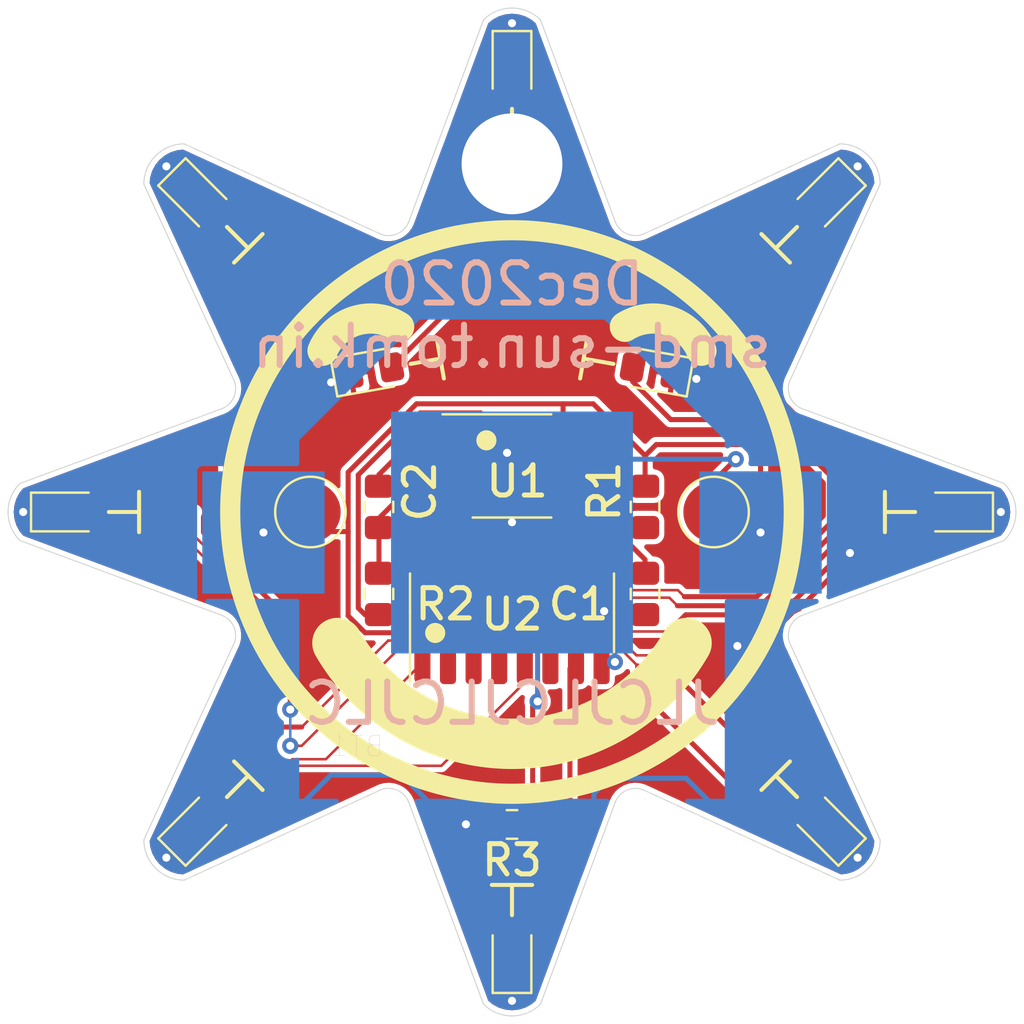
<source format=kicad_pcb>
(kicad_pcb (version 20171130) (host pcbnew 5.1.7-a382d34a8~88~ubuntu20.04.1)

  (general
    (thickness 1.6)
    (drawings 55)
    (tracks 283)
    (zones 0)
    (modules 20)
    (nets 19)
  )

  (page A4)
  (layers
    (0 F.Cu signal)
    (31 B.Cu signal)
    (32 B.Adhes user hide)
    (33 F.Adhes user)
    (34 B.Paste user hide)
    (35 F.Paste user)
    (36 B.SilkS user)
    (37 F.SilkS user)
    (38 B.Mask user hide)
    (39 F.Mask user hide)
    (40 Dwgs.User user hide)
    (41 Cmts.User user)
    (42 Eco1.User user)
    (43 Eco2.User user)
    (44 Edge.Cuts user)
    (45 Margin user)
    (46 B.CrtYd user hide)
    (47 F.CrtYd user hide)
    (48 B.Fab user hide)
    (49 F.Fab user hide)
  )

  (setup
    (last_trace_width 0.25)
    (user_trace_width 0.127)
    (trace_clearance 0.2)
    (zone_clearance 0.254)
    (zone_45_only no)
    (trace_min 0.127)
    (via_size 0.8)
    (via_drill 0.4)
    (via_min_size 0.4)
    (via_min_drill 0.3)
    (uvia_size 0.3)
    (uvia_drill 0.1)
    (uvias_allowed no)
    (uvia_min_size 0.2)
    (uvia_min_drill 0.1)
    (edge_width 0.05)
    (segment_width 0.2)
    (pcb_text_width 0.3)
    (pcb_text_size 1.5 1.5)
    (mod_edge_width 0.12)
    (mod_text_size 1 1)
    (mod_text_width 0.15)
    (pad_size 12 12)
    (pad_drill 0)
    (pad_to_mask_clearance 0)
    (aux_axis_origin -25.4 25.4)
    (visible_elements FFFFFF7F)
    (pcbplotparams
      (layerselection 0x010fc_ffffffff)
      (usegerberextensions false)
      (usegerberattributes false)
      (usegerberadvancedattributes false)
      (creategerberjobfile false)
      (excludeedgelayer true)
      (linewidth 0.100000)
      (plotframeref false)
      (viasonmask false)
      (mode 1)
      (useauxorigin false)
      (hpglpennumber 1)
      (hpglpenspeed 20)
      (hpglpendiameter 15.000000)
      (psnegative false)
      (psa4output false)
      (plotreference true)
      (plotvalue false)
      (plotinvisibletext false)
      (padsonsilk false)
      (subtractmaskfromsilk false)
      (outputformat 1)
      (mirror false)
      (drillshape 0)
      (scaleselection 1)
      (outputdirectory "gerbers/"))
  )

  (net 0 "")
  (net 1 -BATT)
  (net 2 "Net-(C1-Pad1)")
  (net 3 "Net-(C2-Pad1)")
  (net 4 "Net-(R1-Pad2)")
  (net 5 +BATT)
  (net 6 "Net-(U1-Pad3)")
  (net 7 /LED7)
  (net 8 /LED_R)
  (net 9 /LED6)
  (net 10 /LED5)
  (net 11 /LED4)
  (net 12 /LED3)
  (net 13 /LED2)
  (net 14 /LED1)
  (net 15 /LED8)
  (net 16 /LED9)
  (net 17 /LED10)
  (net 18 "Net-(U2-Pad12)")

  (net_class Default "This is the default net class."
    (clearance 0.2)
    (trace_width 0.25)
    (via_dia 0.8)
    (via_drill 0.4)
    (uvia_dia 0.3)
    (uvia_drill 0.1)
    (add_net +BATT)
    (add_net -BATT)
    (add_net /LED1)
    (add_net /LED10)
    (add_net /LED2)
    (add_net /LED3)
    (add_net /LED4)
    (add_net /LED5)
    (add_net /LED6)
    (add_net /LED7)
    (add_net /LED8)
    (add_net /LED9)
    (add_net /LED_R)
    (add_net "Net-(C1-Pad1)")
    (add_net "Net-(C2-Pad1)")
    (add_net "Net-(R1-Pad2)")
    (add_net "Net-(U1-Pad3)")
    (add_net "Net-(U2-Pad12)")
  )

  (module smd-sun:TestPoint_Pad_D3.0mm (layer F.Cu) (tedit 5FD65F1A) (tstamp 5FD68475)
    (at 10 0)
    (descr "SMD pad as test Point, diameter 3.0mm")
    (tags "test point SMD pad")
    (path /5FD86899)
    (attr virtual)
    (fp_text reference TP2 (at 0 -2.398) (layer F.SilkS) hide
      (effects (font (size 1 1) (thickness 0.15)))
    )
    (fp_text value TestPoint (at 0 2.55) (layer F.Fab) hide
      (effects (font (size 1 1) (thickness 0.15)))
    )
    (fp_circle (center 0 0) (end 2 0) (layer F.CrtYd) (width 0.05))
    (fp_circle (center 0 0) (end 0 1.75) (layer F.SilkS) (width 0.12))
    (fp_text user %R (at 0 -2.4) (layer F.Fab) hide
      (effects (font (size 1 1) (thickness 0.15)))
    )
    (pad 1 smd circle (at 0 0) (size 3 3) (layers F.Cu F.Mask)
      (net 1 -BATT))
  )

  (module smd-sun:TestPoint_Pad_D3.0mm (layer F.Cu) (tedit 5A0F774F) (tstamp 5FD6846D)
    (at -10 0)
    (descr "SMD pad as test Point, diameter 3.0mm")
    (tags "test point SMD pad")
    (path /5FD86380)
    (attr virtual)
    (fp_text reference TP1 (at 0 -2.398) (layer F.SilkS) hide
      (effects (font (size 1 1) (thickness 0.15)))
    )
    (fp_text value TestPoint (at 0 2.55) (layer F.Fab) hide
      (effects (font (size 1 1) (thickness 0.15)))
    )
    (fp_circle (center 0 0) (end 2 0) (layer F.CrtYd) (width 0.05))
    (fp_circle (center 0 0) (end 0 1.75) (layer F.SilkS) (width 0.12))
    (fp_text user %R (at 0 -2.4) (layer F.Fab) hide
      (effects (font (size 1 1) (thickness 0.15)))
    )
    (pad 1 smd circle (at 0 0) (size 3 3) (layers F.Cu F.Mask)
      (net 5 +BATT))
  )

  (module smd-sun:BAT_BK-883 (layer B.Cu) (tedit 5FD6F579) (tstamp 5EFF3A37)
    (at 0 1.016)
    (path /5EFF5419)
    (fp_text reference BT1 (at -7.69 10.605) (layer B.SilkS)
      (effects (font (size 1 1) (thickness 0.015)) (justify mirror))
    )
    (fp_text value BK-883 (at -4.515 -11.805) (layer B.Fab)
      (effects (font (size 1 1) (thickness 0.015)) (justify mirror))
    )
    (fp_line (start -10.805 9.49) (end -10.805 3.285) (layer B.CrtYd) (width 0.05))
    (fp_line (start 10.805 9.49) (end -10.805 9.49) (layer B.CrtYd) (width 0.05))
    (fp_line (start 10.805 3.285) (end 10.805 9.49) (layer B.CrtYd) (width 0.05))
    (fp_line (start 15.615 3.285) (end 10.805 3.285) (layer B.CrtYd) (width 0.05))
    (fp_line (start 15.615 -3.285) (end 15.615 3.285) (layer B.CrtYd) (width 0.05))
    (fp_line (start 10.805 -3.285) (end 15.615 -3.285) (layer B.CrtYd) (width 0.05))
    (fp_line (start 10.805 -10.82) (end 10.805 -3.285) (layer B.CrtYd) (width 0.05))
    (fp_line (start -10.805 -10.82) (end 10.805 -10.82) (layer B.CrtYd) (width 0.05))
    (fp_line (start -10.805 -3.285) (end -10.805 -10.82) (layer B.CrtYd) (width 0.05))
    (fp_line (start -15.615 -3.285) (end -10.805 -3.285) (layer B.CrtYd) (width 0.05))
    (fp_line (start -15.615 3.285) (end -15.615 -3.285) (layer B.CrtYd) (width 0.05))
    (fp_line (start -10.805 3.285) (end -15.615 3.285) (layer B.CrtYd) (width 0.05))
    (pad - smd rect (at 0 0) (size 12 12) (layers B.Cu B.Mask)
      (net 1 -BATT))
    (pad S2+ smd rect (at 12.33 0) (size 6.07 6.07) (layers B.Cu B.Paste B.Mask)
      (net 5 +BATT))
    (pad S1+ smd rect (at -12.33 0) (size 6.07 6.07) (layers B.Cu B.Paste B.Mask)
      (net 5 +BATT))
    (model ${KIPRJMOD}/3dmodels/BK-912-TR--3DModel-STEP-56544.STEP
      (offset (xyz 0 0 4.25))
      (scale (xyz 1 1 1))
      (rotate (xyz -90 0 180))
    )
  )

  (module smd-sun:SOIC-16_3.9x9.9mm_P1.27mm (layer F.Cu) (tedit 5FD65163) (tstamp 5EFD2121)
    (at 0 5 90)
    (descr "SOIC, 16 Pin (JEDEC MS-012AC, https://www.analog.com/media/en/package-pcb-resources/package/pkg_pdf/soic_narrow-r/r_16.pdf), generated with kicad-footprint-generator ipc_gullwing_generator.py")
    (tags "SOIC SO")
    (path /5EFD0D05)
    (attr smd)
    (fp_text reference U2 (at -0.08 0 180) (layer F.SilkS)
      (effects (font (size 1.5 1.5) (thickness 0.25)))
    )
    (fp_text value 4017 (at 0 5.9 90) (layer F.Fab)
      (effects (font (size 1 1) (thickness 0.15)))
    )
    (fp_circle (center -1 -3.81) (end -0.75 -3.81) (layer F.SilkS) (width 0.5))
    (fp_line (start 3.7 -5.2) (end -3.7 -5.2) (layer F.CrtYd) (width 0.05))
    (fp_line (start 3.7 5.2) (end 3.7 -5.2) (layer F.CrtYd) (width 0.05))
    (fp_line (start -3.7 5.2) (end 3.7 5.2) (layer F.CrtYd) (width 0.05))
    (fp_line (start -3.7 -5.2) (end -3.7 5.2) (layer F.CrtYd) (width 0.05))
    (fp_line (start -1.95 -3.975) (end -0.975 -4.95) (layer F.Fab) (width 0.1))
    (fp_line (start -1.95 4.95) (end -1.95 -3.975) (layer F.Fab) (width 0.1))
    (fp_line (start 1.95 4.95) (end -1.95 4.95) (layer F.Fab) (width 0.1))
    (fp_line (start 1.95 -4.95) (end 1.95 4.95) (layer F.Fab) (width 0.1))
    (fp_line (start -0.975 -4.95) (end 1.95 -4.95) (layer F.Fab) (width 0.1))
    (fp_line (start 0 -5.06) (end -3.45 -5.06) (layer F.SilkS) (width 0.12))
    (fp_line (start 0 -5.06) (end 1.95 -5.06) (layer F.SilkS) (width 0.12))
    (fp_line (start 0 5.06) (end -1.95 5.06) (layer F.SilkS) (width 0.12))
    (fp_line (start 0 5.06) (end 1.95 5.06) (layer F.SilkS) (width 0.12))
    (fp_text user %R (at 0 0 90) (layer F.Fab)
      (effects (font (size 1.5 1.5) (thickness 0.25)))
    )
    (pad 16 smd roundrect (at 2.54 -4.445 90) (size 2 0.8) (layers F.Cu F.Paste F.Mask) (roundrect_rratio 0.25)
      (net 5 +BATT))
    (pad 15 smd roundrect (at 2.54 -3.175 90) (size 2 0.8) (layers F.Cu F.Paste F.Mask) (roundrect_rratio 0.25)
      (net 1 -BATT))
    (pad 14 smd roundrect (at 2.54 -1.905 90) (size 2 0.8) (layers F.Cu F.Paste F.Mask) (roundrect_rratio 0.25)
      (net 6 "Net-(U1-Pad3)"))
    (pad 13 smd roundrect (at 2.54 -0.635 90) (size 2 0.8) (layers F.Cu F.Paste F.Mask) (roundrect_rratio 0.25)
      (net 1 -BATT))
    (pad 12 smd roundrect (at 2.54 0.635 90) (size 2 0.8) (layers F.Cu F.Paste F.Mask) (roundrect_rratio 0.25)
      (net 18 "Net-(U2-Pad12)"))
    (pad 11 smd roundrect (at 2.54 1.905 90) (size 2 0.8) (layers F.Cu F.Paste F.Mask) (roundrect_rratio 0.25)
      (net 17 /LED10))
    (pad 10 smd roundrect (at 2.54 3.175 90) (size 2 0.8) (layers F.Cu F.Paste F.Mask) (roundrect_rratio 0.25)
      (net 10 /LED5))
    (pad 9 smd roundrect (at 2.54 4.445 90) (size 2 0.8) (layers F.Cu F.Paste F.Mask) (roundrect_rratio 0.25)
      (net 16 /LED9))
    (pad 8 smd roundrect (at -2.54 4.445 90) (size 2 0.8) (layers F.Cu F.Paste F.Mask) (roundrect_rratio 0.25)
      (net 1 -BATT))
    (pad 7 smd roundrect (at -2.54 3.175 90) (size 2 0.8) (layers F.Cu F.Paste F.Mask) (roundrect_rratio 0.25)
      (net 11 /LED4))
    (pad 6 smd roundrect (at -2.54 1.905 90) (size 2 0.8) (layers F.Cu F.Paste F.Mask) (roundrect_rratio 0.25)
      (net 15 /LED8))
    (pad 5 smd roundrect (at -2.54 0.635 90) (size 2 0.8) (layers F.Cu F.Paste F.Mask) (roundrect_rratio 0.25)
      (net 7 /LED7))
    (pad 4 smd roundrect (at -2.54 -0.635 90) (size 2 0.8) (layers F.Cu F.Paste F.Mask) (roundrect_rratio 0.25)
      (net 12 /LED3))
    (pad 3 smd roundrect (at -2.54 -1.905 90) (size 2 0.8) (layers F.Cu F.Paste F.Mask) (roundrect_rratio 0.25)
      (net 14 /LED1))
    (pad 2 smd roundrect (at -2.54 -3.175 90) (size 2 0.8) (layers F.Cu F.Paste F.Mask) (roundrect_rratio 0.25)
      (net 13 /LED2))
    (pad 1 smd roundrect (at -2.475 -4.445 90) (size 2 0.8) (layers F.Cu F.Paste F.Mask) (roundrect_rratio 0.25)
      (net 9 /LED6))
    (model ${KIPRJMOD}/3dmodels/SOIC-16_3.9x9.9mm_P1.27mm.step
      (at (xyz 0 0 0))
      (scale (xyz 1 1 1))
      (rotate (xyz 0 0 0))
    )
  )

  (module smd-sun:SO-8_3.9x4.9mm_P1.27mm (layer F.Cu) (tedit 5FD65500) (tstamp 5EFD1F90)
    (at 0 -2.286)
    (descr "SO, 8 Pin (https://www.nxp.com/docs/en/data-sheet/PCF8523.pdf), generated with kicad-footprint-generator ipc_gullwing_generator.py")
    (tags "SO SO")
    (path /5EFD01E2)
    (attr smd)
    (fp_text reference U1 (at 0.254 0.762) (layer F.SilkS)
      (effects (font (size 1.5 1.5) (thickness 0.25)))
    )
    (fp_text value NE555 (at 0 3.4) (layer F.Fab)
      (effects (font (size 1 1) (thickness 0.15)))
    )
    (fp_circle (center -1.27 -1.27) (end -1.02 -1.27) (layer F.SilkS) (width 0.5))
    (fp_line (start 3.7 -2.7) (end -3.7 -2.7) (layer F.CrtYd) (width 0.05))
    (fp_line (start 3.7 2.7) (end 3.7 -2.7) (layer F.CrtYd) (width 0.05))
    (fp_line (start -3.7 2.7) (end 3.7 2.7) (layer F.CrtYd) (width 0.05))
    (fp_line (start -3.7 -2.7) (end -3.7 2.7) (layer F.CrtYd) (width 0.05))
    (fp_line (start -1.95 -1.475) (end -0.975 -2.45) (layer F.Fab) (width 0.1))
    (fp_line (start -1.95 2.45) (end -1.95 -1.475) (layer F.Fab) (width 0.1))
    (fp_line (start 1.95 2.45) (end -1.95 2.45) (layer F.Fab) (width 0.1))
    (fp_line (start 1.95 -2.45) (end 1.95 2.45) (layer F.Fab) (width 0.1))
    (fp_line (start -0.975 -2.45) (end 1.95 -2.45) (layer F.Fab) (width 0.1))
    (fp_line (start 0 -2.56) (end -3.45 -2.56) (layer F.SilkS) (width 0.12))
    (fp_line (start 0 -2.56) (end 1.95 -2.56) (layer F.SilkS) (width 0.12))
    (fp_line (start 0 2.56) (end -1.95 2.56) (layer F.SilkS) (width 0.12))
    (fp_line (start 0 2.56) (end 1.95 2.56) (layer F.SilkS) (width 0.12))
    (fp_text user %R (at 0 0) (layer F.Fab)
      (effects (font (size 1.5 1.5) (thickness 0.25)))
    )
    (pad 8 smd roundrect (at 2.54 -1.905) (size 2 0.8) (layers F.Cu F.Paste F.Mask) (roundrect_rratio 0.25)
      (net 5 +BATT))
    (pad 7 smd roundrect (at 2.54 -0.635) (size 2 0.8) (layers F.Cu F.Paste F.Mask) (roundrect_rratio 0.25)
      (net 4 "Net-(R1-Pad2)"))
    (pad 6 smd roundrect (at 2.54 0.635) (size 2 0.8) (layers F.Cu F.Paste F.Mask) (roundrect_rratio 0.25)
      (net 3 "Net-(C2-Pad1)"))
    (pad 5 smd roundrect (at 2.54 1.905) (size 2 0.8) (layers F.Cu F.Paste F.Mask) (roundrect_rratio 0.25)
      (net 2 "Net-(C1-Pad1)"))
    (pad 4 smd roundrect (at -2.54 1.905) (size 2 0.8) (layers F.Cu F.Paste F.Mask) (roundrect_rratio 0.25)
      (net 5 +BATT))
    (pad 3 smd roundrect (at -2.54 0.635) (size 2 0.8) (layers F.Cu F.Paste F.Mask) (roundrect_rratio 0.25)
      (net 6 "Net-(U1-Pad3)"))
    (pad 2 smd roundrect (at -2.54 -0.635) (size 2 0.8) (layers F.Cu F.Paste F.Mask) (roundrect_rratio 0.25)
      (net 3 "Net-(C2-Pad1)"))
    (pad 1 smd roundrect (at -2.575 -1.905) (size 2 0.8) (layers F.Cu F.Paste F.Mask) (roundrect_rratio 0.25)
      (net 1 -BATT))
    (model ${KIPRJMOD}/3dmodels/SOIC-8.STEP
      (offset (xyz 0 0 0.9))
      (scale (xyz 1 1 1))
      (rotate (xyz -90 0 -90))
    )
  )

  (module smd-sun:LED_0805_2012Metric_Pad1.15x1.40mm_HandSolder (layer F.Cu) (tedit 5F009E2E) (tstamp 5EFE1042)
    (at 7 -7 170)
    (descr "LED SMD 0805 (2012 Metric), square (rectangular) end terminal, IPC_7351 nominal, (Body size source: https://docs.google.com/spreadsheets/d/1BsfQQcO9C6DZCsRaXUlFlo91Tg2WpOkGARC1WS5S8t0/edit?usp=sharing), generated with kicad-footprint-generator")
    (tags "LED handsolder")
    (path /5F001F99)
    (attr smd)
    (fp_text reference D10 (at -0.000001 -1.65 170) (layer F.SilkS) hide
      (effects (font (size 1.5 1.5) (thickness 0.25)))
    )
    (fp_text value LED (at 0.000001 1.65 170) (layer F.Fab) hide
      (effects (font (size 1 1) (thickness 0.15)))
    )
    (fp_line (start 1 -0.6) (end -0.7 -0.6) (layer F.Fab) (width 0.1))
    (fp_line (start -0.7 -0.6) (end -1 -0.3) (layer F.Fab) (width 0.1))
    (fp_line (start -1 -0.3) (end -1 0.6) (layer F.Fab) (width 0.1))
    (fp_line (start -1 0.6) (end 1 0.6) (layer F.Fab) (width 0.1))
    (fp_line (start 1 0.6) (end 1 -0.6) (layer F.Fab) (width 0.1))
    (fp_line (start 1 -0.96) (end -1.86 -0.96) (layer F.SilkS) (width 0.12))
    (fp_line (start -1.86 -0.96) (end -1.86 0.96) (layer F.SilkS) (width 0.12))
    (fp_line (start -1.86 0.96) (end 1 0.96) (layer F.SilkS) (width 0.12))
    (fp_line (start -1.85 0.95) (end -1.85 -0.95) (layer F.CrtYd) (width 0.05))
    (fp_line (start -1.85 -0.95) (end 1.85 -0.95) (layer F.CrtYd) (width 0.05))
    (fp_line (start 1.85 -0.95) (end 1.85 0.95) (layer F.CrtYd) (width 0.05))
    (fp_line (start 1.85 0.95) (end -1.85 0.95) (layer F.CrtYd) (width 0.05))
    (fp_line (start 2 0) (end 3.5 0) (layer F.SilkS) (width 0.2))
    (fp_line (start 3.5 -1) (end 3.5 1) (layer F.SilkS) (width 0.2))
    (fp_text user %R (at 0 0 170) (layer F.Fab) hide
      (effects (font (size 1.5 1.5) (thickness 0.25)))
    )
    (pad 2 smd roundrect (at 1.025 0 170) (size 1.15 1.4) (layers F.Cu F.Paste F.Mask) (roundrect_rratio 0.217391)
      (net 17 /LED10))
    (pad 1 smd roundrect (at -1.025 0 170) (size 1.15 1.4) (layers F.Cu F.Paste F.Mask) (roundrect_rratio 0.217391)
      (net 8 /LED_R))
    (model ${KIPRJMOD}/3dmodels/LED_0805_2012Metric_Castellated.step
      (at (xyz 0 0 0))
      (scale (xyz 1 1 1))
      (rotate (xyz 0 0 0))
    )
  )

  (module smd-sun:LED_0805_2012Metric_Pad1.15x1.40mm_HandSolder (layer F.Cu) (tedit 5F009E2E) (tstamp 5EFE102D)
    (at -7 -7 10)
    (descr "LED SMD 0805 (2012 Metric), square (rectangular) end terminal, IPC_7351 nominal, (Body size source: https://docs.google.com/spreadsheets/d/1BsfQQcO9C6DZCsRaXUlFlo91Tg2WpOkGARC1WS5S8t0/edit?usp=sharing), generated with kicad-footprint-generator")
    (tags "LED handsolder")
    (path /5EFF47F1)
    (attr smd)
    (fp_text reference D8 (at 0.000001 -1.65 10) (layer F.SilkS) hide
      (effects (font (size 1.5 1.5) (thickness 0.25)))
    )
    (fp_text value LED (at -0.000001 1.65 10) (layer F.Fab) hide
      (effects (font (size 1 1) (thickness 0.15)))
    )
    (fp_line (start 1 -0.6) (end -0.7 -0.6) (layer F.Fab) (width 0.1))
    (fp_line (start -0.7 -0.6) (end -1 -0.3) (layer F.Fab) (width 0.1))
    (fp_line (start -1 -0.3) (end -1 0.6) (layer F.Fab) (width 0.1))
    (fp_line (start -1 0.6) (end 1 0.6) (layer F.Fab) (width 0.1))
    (fp_line (start 1 0.6) (end 1 -0.6) (layer F.Fab) (width 0.1))
    (fp_line (start 1 -0.96) (end -1.86 -0.96) (layer F.SilkS) (width 0.12))
    (fp_line (start -1.86 -0.96) (end -1.86 0.96) (layer F.SilkS) (width 0.12))
    (fp_line (start -1.86 0.96) (end 1 0.96) (layer F.SilkS) (width 0.12))
    (fp_line (start -1.85 0.95) (end -1.85 -0.95) (layer F.CrtYd) (width 0.05))
    (fp_line (start -1.85 -0.95) (end 1.85 -0.95) (layer F.CrtYd) (width 0.05))
    (fp_line (start 1.85 -0.95) (end 1.85 0.95) (layer F.CrtYd) (width 0.05))
    (fp_line (start 1.85 0.95) (end -1.85 0.95) (layer F.CrtYd) (width 0.05))
    (fp_line (start 2 0) (end 3.5 0) (layer F.SilkS) (width 0.2))
    (fp_line (start 3.5 -1) (end 3.5 1) (layer F.SilkS) (width 0.2))
    (fp_text user %R (at 0 0 10) (layer F.Fab) hide
      (effects (font (size 1.5 1.5) (thickness 0.25)))
    )
    (pad 2 smd roundrect (at 1.025 0 10) (size 1.15 1.4) (layers F.Cu F.Paste F.Mask) (roundrect_rratio 0.217391)
      (net 15 /LED8))
    (pad 1 smd roundrect (at -1.025 0 10) (size 1.15 1.4) (layers F.Cu F.Paste F.Mask) (roundrect_rratio 0.217391)
      (net 8 /LED_R))
    (model ${KIPRJMOD}/3dmodels/LED_0805_2012Metric_Castellated.step
      (at (xyz 0 0 0))
      (scale (xyz 1 1 1))
      (rotate (xyz 0 0 0))
    )
  )

  (module smd-sun:R_0805_2012Metric_Pad1.15x1.40mm_HandSolder (layer F.Cu) (tedit 5F00A034) (tstamp 5EFD1F76)
    (at 0 15.5)
    (descr "Resistor SMD 0805 (2012 Metric), square (rectangular) end terminal, IPC_7351 nominal with elongated pad for handsoldering. (Body size source: https://docs.google.com/spreadsheets/d/1BsfQQcO9C6DZCsRaXUlFlo91Tg2WpOkGARC1WS5S8t0/edit?usp=sharing), generated with kicad-footprint-generator")
    (tags "resistor handsolder")
    (path /5F0080E1)
    (attr smd)
    (fp_text reference R3 (at 0 1.772) (layer F.SilkS)
      (effects (font (size 1.5 1.5) (thickness 0.25)))
    )
    (fp_text value 220R (at 0 1.65) (layer F.Fab)
      (effects (font (size 1 1) (thickness 0.15)))
    )
    (fp_line (start -1 0.6) (end -1 -0.6) (layer F.Fab) (width 0.1))
    (fp_line (start -1 -0.6) (end 1 -0.6) (layer F.Fab) (width 0.1))
    (fp_line (start 1 -0.6) (end 1 0.6) (layer F.Fab) (width 0.1))
    (fp_line (start 1 0.6) (end -1 0.6) (layer F.Fab) (width 0.1))
    (fp_line (start -0.261252 -0.71) (end 0.261252 -0.71) (layer F.SilkS) (width 0.12))
    (fp_line (start -0.261252 0.71) (end 0.261252 0.71) (layer F.SilkS) (width 0.12))
    (fp_line (start -1.85 0.95) (end -1.85 -0.95) (layer F.CrtYd) (width 0.05))
    (fp_line (start -1.85 -0.95) (end 1.85 -0.95) (layer F.CrtYd) (width 0.05))
    (fp_line (start 1.85 -0.95) (end 1.85 0.95) (layer F.CrtYd) (width 0.05))
    (fp_line (start 1.85 0.95) (end -1.85 0.95) (layer F.CrtYd) (width 0.05))
    (fp_text user %R (at 0 0) (layer F.Fab)
      (effects (font (size 1.5 1.5) (thickness 0.25)))
    )
    (pad 2 smd roundrect (at 1.025 0) (size 1.15 1.4) (layers F.Cu F.Paste F.Mask) (roundrect_rratio 0.217391)
      (net 1 -BATT))
    (pad 1 smd roundrect (at -1.025 0) (size 1.15 1.4) (layers F.Cu F.Paste F.Mask) (roundrect_rratio 0.217391)
      (net 8 /LED_R))
    (model ${KIPRJMOD}/3dmodels/0805_resistor.STEP
      (at (xyz 0 0 0))
      (scale (xyz 1 1 1))
      (rotate (xyz -90 0 0))
    )
  )

  (module smd-sun:R_0805_2012Metric_Pad1.15x1.40mm_HandSolder (layer F.Cu) (tedit 5F00A034) (tstamp 5EFD1F65)
    (at -6.6 4.064 90)
    (descr "Resistor SMD 0805 (2012 Metric), square (rectangular) end terminal, IPC_7351 nominal with elongated pad for handsoldering. (Body size source: https://docs.google.com/spreadsheets/d/1BsfQQcO9C6DZCsRaXUlFlo91Tg2WpOkGARC1WS5S8t0/edit?usp=sharing), generated with kicad-footprint-generator")
    (tags "resistor handsolder")
    (path /5EFDA69B)
    (attr smd)
    (fp_text reference R2 (at -0.508 3.298 180) (layer F.SilkS)
      (effects (font (size 1.5 1.5) (thickness 0.25)))
    )
    (fp_text value 1k (at 0 1.65 90) (layer F.Fab)
      (effects (font (size 1 1) (thickness 0.15)))
    )
    (fp_line (start -1 0.6) (end -1 -0.6) (layer F.Fab) (width 0.1))
    (fp_line (start -1 -0.6) (end 1 -0.6) (layer F.Fab) (width 0.1))
    (fp_line (start 1 -0.6) (end 1 0.6) (layer F.Fab) (width 0.1))
    (fp_line (start 1 0.6) (end -1 0.6) (layer F.Fab) (width 0.1))
    (fp_line (start -0.261252 -0.71) (end 0.261252 -0.71) (layer F.SilkS) (width 0.12))
    (fp_line (start -0.261252 0.71) (end 0.261252 0.71) (layer F.SilkS) (width 0.12))
    (fp_line (start -1.85 0.95) (end -1.85 -0.95) (layer F.CrtYd) (width 0.05))
    (fp_line (start -1.85 -0.95) (end 1.85 -0.95) (layer F.CrtYd) (width 0.05))
    (fp_line (start 1.85 -0.95) (end 1.85 0.95) (layer F.CrtYd) (width 0.05))
    (fp_line (start 1.85 0.95) (end -1.85 0.95) (layer F.CrtYd) (width 0.05))
    (fp_text user %R (at 0 0 90) (layer F.Fab)
      (effects (font (size 1.5 1.5) (thickness 0.25)))
    )
    (pad 2 smd roundrect (at 1.025 0 90) (size 1.15 1.4) (layers F.Cu F.Paste F.Mask) (roundrect_rratio 0.217391)
      (net 3 "Net-(C2-Pad1)"))
    (pad 1 smd roundrect (at -1.025 0 90) (size 1.15 1.4) (layers F.Cu F.Paste F.Mask) (roundrect_rratio 0.217391)
      (net 4 "Net-(R1-Pad2)"))
    (model ${KIPRJMOD}/3dmodels/0805_resistor.STEP
      (at (xyz 0 0 0))
      (scale (xyz 1 1 1))
      (rotate (xyz -90 0 0))
    )
  )

  (module smd-sun:R_0805_2012Metric_Pad1.15x1.40mm_HandSolder (layer F.Cu) (tedit 5F00A034) (tstamp 5EFD1F54)
    (at 6.6 -0.254 270)
    (descr "Resistor SMD 0805 (2012 Metric), square (rectangular) end terminal, IPC_7351 nominal with elongated pad for handsoldering. (Body size source: https://docs.google.com/spreadsheets/d/1BsfQQcO9C6DZCsRaXUlFlo91Tg2WpOkGARC1WS5S8t0/edit?usp=sharing), generated with kicad-footprint-generator")
    (tags "resistor handsolder")
    (path /5EFD9130)
    (attr smd)
    (fp_text reference R1 (at -0.762 2.028 270) (layer F.SilkS)
      (effects (font (size 1.5 1.5) (thickness 0.25)))
    )
    (fp_text value 1k (at 0 1.65 90) (layer F.Fab)
      (effects (font (size 1 1) (thickness 0.15)))
    )
    (fp_line (start -1 0.6) (end -1 -0.6) (layer F.Fab) (width 0.1))
    (fp_line (start -1 -0.6) (end 1 -0.6) (layer F.Fab) (width 0.1))
    (fp_line (start 1 -0.6) (end 1 0.6) (layer F.Fab) (width 0.1))
    (fp_line (start 1 0.6) (end -1 0.6) (layer F.Fab) (width 0.1))
    (fp_line (start -0.261252 -0.71) (end 0.261252 -0.71) (layer F.SilkS) (width 0.12))
    (fp_line (start -0.261252 0.71) (end 0.261252 0.71) (layer F.SilkS) (width 0.12))
    (fp_line (start -1.85 0.95) (end -1.85 -0.95) (layer F.CrtYd) (width 0.05))
    (fp_line (start -1.85 -0.95) (end 1.85 -0.95) (layer F.CrtYd) (width 0.05))
    (fp_line (start 1.85 -0.95) (end 1.85 0.95) (layer F.CrtYd) (width 0.05))
    (fp_line (start 1.85 0.95) (end -1.85 0.95) (layer F.CrtYd) (width 0.05))
    (fp_text user %R (at 0 0 90) (layer F.Fab)
      (effects (font (size 1.5 1.5) (thickness 0.25)))
    )
    (pad 2 smd roundrect (at 1.025 0 270) (size 1.15 1.4) (layers F.Cu F.Paste F.Mask) (roundrect_rratio 0.217391)
      (net 4 "Net-(R1-Pad2)"))
    (pad 1 smd roundrect (at -1.025 0 270) (size 1.15 1.4) (layers F.Cu F.Paste F.Mask) (roundrect_rratio 0.217391)
      (net 5 +BATT))
    (model ${KIPRJMOD}/3dmodels/0805_resistor.STEP
      (at (xyz 0 0 0))
      (scale (xyz 1 1 1))
      (rotate (xyz -90 0 0))
    )
  )

  (module smd-sun:LED_0805_2012Metric_Pad1.15x1.40mm_HandSolder (layer F.Cu) (tedit 5F009E2E) (tstamp 5EFD1F43)
    (at 15.556 -15.556 225)
    (descr "LED SMD 0805 (2012 Metric), square (rectangular) end terminal, IPC_7351 nominal, (Body size source: https://docs.google.com/spreadsheets/d/1BsfQQcO9C6DZCsRaXUlFlo91Tg2WpOkGARC1WS5S8t0/edit?usp=sharing), generated with kicad-footprint-generator")
    (tags "LED handsolder")
    (path /5EFF91EA)
    (attr smd)
    (fp_text reference D1 (at 0 -1.65 45) (layer F.SilkS) hide
      (effects (font (size 1.5 1.5) (thickness 0.25)))
    )
    (fp_text value LED (at 0 1.65 45) (layer F.Fab) hide
      (effects (font (size 1 1) (thickness 0.15)))
    )
    (fp_line (start 1 -0.6) (end -0.7 -0.6) (layer F.Fab) (width 0.1))
    (fp_line (start -0.7 -0.6) (end -1 -0.3) (layer F.Fab) (width 0.1))
    (fp_line (start -1 -0.3) (end -1 0.6) (layer F.Fab) (width 0.1))
    (fp_line (start -1 0.6) (end 1 0.6) (layer F.Fab) (width 0.1))
    (fp_line (start 1 0.6) (end 1 -0.6) (layer F.Fab) (width 0.1))
    (fp_line (start 1 -0.96) (end -1.86 -0.96) (layer F.SilkS) (width 0.12))
    (fp_line (start -1.86 -0.96) (end -1.86 0.96) (layer F.SilkS) (width 0.12))
    (fp_line (start -1.86 0.96) (end 1 0.96) (layer F.SilkS) (width 0.12))
    (fp_line (start -1.85 0.95) (end -1.85 -0.95) (layer F.CrtYd) (width 0.05))
    (fp_line (start -1.85 -0.95) (end 1.85 -0.95) (layer F.CrtYd) (width 0.05))
    (fp_line (start 1.85 -0.95) (end 1.85 0.95) (layer F.CrtYd) (width 0.05))
    (fp_line (start 1.85 0.95) (end -1.85 0.95) (layer F.CrtYd) (width 0.05))
    (fp_line (start 2 0) (end 3.5 0) (layer F.SilkS) (width 0.2))
    (fp_line (start 3.5 -1) (end 3.5 1) (layer F.SilkS) (width 0.2))
    (fp_text user %R (at 0 0 45) (layer F.Fab) hide
      (effects (font (size 1.5 1.5) (thickness 0.25)))
    )
    (pad 2 smd roundrect (at 1.025 0 225) (size 1.15 1.4) (layers F.Cu F.Paste F.Mask) (roundrect_rratio 0.217391)
      (net 14 /LED1))
    (pad 1 smd roundrect (at -1.025 0 225) (size 1.15 1.4) (layers F.Cu F.Paste F.Mask) (roundrect_rratio 0.217391)
      (net 8 /LED_R))
    (model ${KIPRJMOD}/3dmodels/LED_0805_2012Metric_Castellated.step
      (at (xyz 0 0 0))
      (scale (xyz 1 1 1))
      (rotate (xyz 0 0 0))
    )
  )

  (module smd-sun:LED_0805_2012Metric_Pad1.15x1.40mm_HandSolder (layer F.Cu) (tedit 5F009E2E) (tstamp 5EFD1F2E)
    (at 22 0 180)
    (descr "LED SMD 0805 (2012 Metric), square (rectangular) end terminal, IPC_7351 nominal, (Body size source: https://docs.google.com/spreadsheets/d/1BsfQQcO9C6DZCsRaXUlFlo91Tg2WpOkGARC1WS5S8t0/edit?usp=sharing), generated with kicad-footprint-generator")
    (tags "LED handsolder")
    (path /5EFF91E0)
    (attr smd)
    (fp_text reference D2 (at 0 -1.65) (layer F.SilkS) hide
      (effects (font (size 1.5 1.5) (thickness 0.25)))
    )
    (fp_text value LED (at 0 1.65) (layer F.Fab) hide
      (effects (font (size 1 1) (thickness 0.15)))
    )
    (fp_line (start 1 -0.6) (end -0.7 -0.6) (layer F.Fab) (width 0.1))
    (fp_line (start -0.7 -0.6) (end -1 -0.3) (layer F.Fab) (width 0.1))
    (fp_line (start -1 -0.3) (end -1 0.6) (layer F.Fab) (width 0.1))
    (fp_line (start -1 0.6) (end 1 0.6) (layer F.Fab) (width 0.1))
    (fp_line (start 1 0.6) (end 1 -0.6) (layer F.Fab) (width 0.1))
    (fp_line (start 1 -0.96) (end -1.86 -0.96) (layer F.SilkS) (width 0.12))
    (fp_line (start -1.86 -0.96) (end -1.86 0.96) (layer F.SilkS) (width 0.12))
    (fp_line (start -1.86 0.96) (end 1 0.96) (layer F.SilkS) (width 0.12))
    (fp_line (start -1.85 0.95) (end -1.85 -0.95) (layer F.CrtYd) (width 0.05))
    (fp_line (start -1.85 -0.95) (end 1.85 -0.95) (layer F.CrtYd) (width 0.05))
    (fp_line (start 1.85 -0.95) (end 1.85 0.95) (layer F.CrtYd) (width 0.05))
    (fp_line (start 1.85 0.95) (end -1.85 0.95) (layer F.CrtYd) (width 0.05))
    (fp_line (start 2 0) (end 3.5 0) (layer F.SilkS) (width 0.2))
    (fp_line (start 3.5 -1) (end 3.5 1) (layer F.SilkS) (width 0.2))
    (fp_text user %R (at 0 0) (layer F.Fab) hide
      (effects (font (size 1.5 1.5) (thickness 0.25)))
    )
    (pad 2 smd roundrect (at 1.025 0 180) (size 1.15 1.4) (layers F.Cu F.Paste F.Mask) (roundrect_rratio 0.217391)
      (net 13 /LED2))
    (pad 1 smd roundrect (at -1.025 0 180) (size 1.15 1.4) (layers F.Cu F.Paste F.Mask) (roundrect_rratio 0.217391)
      (net 8 /LED_R))
    (model ${KIPRJMOD}/3dmodels/LED_0805_2012Metric_Castellated.step
      (at (xyz 0 0 0))
      (scale (xyz 1 1 1))
      (rotate (xyz 0 0 0))
    )
  )

  (module smd-sun:LED_0805_2012Metric_Pad1.15x1.40mm_HandSolder (layer F.Cu) (tedit 5F009E2E) (tstamp 5EFD1F19)
    (at 15.556 15.556 135)
    (descr "LED SMD 0805 (2012 Metric), square (rectangular) end terminal, IPC_7351 nominal, (Body size source: https://docs.google.com/spreadsheets/d/1BsfQQcO9C6DZCsRaXUlFlo91Tg2WpOkGARC1WS5S8t0/edit?usp=sharing), generated with kicad-footprint-generator")
    (tags "LED handsolder")
    (path /5EFF91D6)
    (attr smd)
    (fp_text reference D3 (at 0 -1.65 135) (layer F.SilkS) hide
      (effects (font (size 1.5 1.5) (thickness 0.25)))
    )
    (fp_text value LED (at 0 1.65 135) (layer F.Fab) hide
      (effects (font (size 1 1) (thickness 0.15)))
    )
    (fp_line (start 1 -0.6) (end -0.7 -0.6) (layer F.Fab) (width 0.1))
    (fp_line (start -0.7 -0.6) (end -1 -0.3) (layer F.Fab) (width 0.1))
    (fp_line (start -1 -0.3) (end -1 0.6) (layer F.Fab) (width 0.1))
    (fp_line (start -1 0.6) (end 1 0.6) (layer F.Fab) (width 0.1))
    (fp_line (start 1 0.6) (end 1 -0.6) (layer F.Fab) (width 0.1))
    (fp_line (start 1 -0.96) (end -1.86 -0.96) (layer F.SilkS) (width 0.12))
    (fp_line (start -1.86 -0.96) (end -1.86 0.96) (layer F.SilkS) (width 0.12))
    (fp_line (start -1.86 0.96) (end 1 0.96) (layer F.SilkS) (width 0.12))
    (fp_line (start -1.85 0.95) (end -1.85 -0.95) (layer F.CrtYd) (width 0.05))
    (fp_line (start -1.85 -0.95) (end 1.85 -0.95) (layer F.CrtYd) (width 0.05))
    (fp_line (start 1.85 -0.95) (end 1.85 0.95) (layer F.CrtYd) (width 0.05))
    (fp_line (start 1.85 0.95) (end -1.85 0.95) (layer F.CrtYd) (width 0.05))
    (fp_line (start 2 0) (end 3.5 0) (layer F.SilkS) (width 0.2))
    (fp_line (start 3.5 -1) (end 3.5 1) (layer F.SilkS) (width 0.2))
    (fp_text user %R (at 0 0 135) (layer F.Fab) hide
      (effects (font (size 1.5 1.5) (thickness 0.25)))
    )
    (pad 2 smd roundrect (at 1.025 0 135) (size 1.15 1.4) (layers F.Cu F.Paste F.Mask) (roundrect_rratio 0.217391)
      (net 12 /LED3))
    (pad 1 smd roundrect (at -1.025 0 135) (size 1.15 1.4) (layers F.Cu F.Paste F.Mask) (roundrect_rratio 0.217391)
      (net 8 /LED_R))
    (model ${KIPRJMOD}/3dmodels/LED_0805_2012Metric_Castellated.step
      (at (xyz 0 0 0))
      (scale (xyz 1 1 1))
      (rotate (xyz 0 0 0))
    )
  )

  (module smd-sun:LED_0805_2012Metric_Pad1.15x1.40mm_HandSolder (layer F.Cu) (tedit 5F009E2E) (tstamp 5EFD1F04)
    (at 0 22 90)
    (descr "LED SMD 0805 (2012 Metric), square (rectangular) end terminal, IPC_7351 nominal, (Body size source: https://docs.google.com/spreadsheets/d/1BsfQQcO9C6DZCsRaXUlFlo91Tg2WpOkGARC1WS5S8t0/edit?usp=sharing), generated with kicad-footprint-generator")
    (tags "LED handsolder")
    (path /5EFF91CC)
    (attr smd)
    (fp_text reference D4 (at 0 -1.65 90) (layer F.SilkS) hide
      (effects (font (size 1.5 1.5) (thickness 0.25)))
    )
    (fp_text value LED (at 0 1.65 90) (layer F.Fab) hide
      (effects (font (size 1 1) (thickness 0.15)))
    )
    (fp_line (start 1 -0.6) (end -0.7 -0.6) (layer F.Fab) (width 0.1))
    (fp_line (start -0.7 -0.6) (end -1 -0.3) (layer F.Fab) (width 0.1))
    (fp_line (start -1 -0.3) (end -1 0.6) (layer F.Fab) (width 0.1))
    (fp_line (start -1 0.6) (end 1 0.6) (layer F.Fab) (width 0.1))
    (fp_line (start 1 0.6) (end 1 -0.6) (layer F.Fab) (width 0.1))
    (fp_line (start 1 -0.96) (end -1.86 -0.96) (layer F.SilkS) (width 0.12))
    (fp_line (start -1.86 -0.96) (end -1.86 0.96) (layer F.SilkS) (width 0.12))
    (fp_line (start -1.86 0.96) (end 1 0.96) (layer F.SilkS) (width 0.12))
    (fp_line (start -1.85 0.95) (end -1.85 -0.95) (layer F.CrtYd) (width 0.05))
    (fp_line (start -1.85 -0.95) (end 1.85 -0.95) (layer F.CrtYd) (width 0.05))
    (fp_line (start 1.85 -0.95) (end 1.85 0.95) (layer F.CrtYd) (width 0.05))
    (fp_line (start 1.85 0.95) (end -1.85 0.95) (layer F.CrtYd) (width 0.05))
    (fp_line (start 2 0) (end 3.5 0) (layer F.SilkS) (width 0.2))
    (fp_line (start 3.5 -1) (end 3.5 1) (layer F.SilkS) (width 0.2))
    (fp_text user %R (at 0 0 90) (layer F.Fab) hide
      (effects (font (size 1.5 1.5) (thickness 0.25)))
    )
    (pad 2 smd roundrect (at 1.025 0 90) (size 1.15 1.4) (layers F.Cu F.Paste F.Mask) (roundrect_rratio 0.217391)
      (net 11 /LED4))
    (pad 1 smd roundrect (at -1.025 0 90) (size 1.15 1.4) (layers F.Cu F.Paste F.Mask) (roundrect_rratio 0.217391)
      (net 8 /LED_R))
    (model ${KIPRJMOD}/3dmodels/LED_0805_2012Metric_Castellated.step
      (at (xyz 0 0 0))
      (scale (xyz 1 1 1))
      (rotate (xyz 0 0 0))
    )
  )

  (module smd-sun:LED_0805_2012Metric_Pad1.15x1.40mm_HandSolder (layer F.Cu) (tedit 5F009E2E) (tstamp 5EFD1EEF)
    (at -15.556 15.556 45)
    (descr "LED SMD 0805 (2012 Metric), square (rectangular) end terminal, IPC_7351 nominal, (Body size source: https://docs.google.com/spreadsheets/d/1BsfQQcO9C6DZCsRaXUlFlo91Tg2WpOkGARC1WS5S8t0/edit?usp=sharing), generated with kicad-footprint-generator")
    (tags "LED handsolder")
    (path /5EFF7386)
    (attr smd)
    (fp_text reference D5 (at 0 -1.65 45) (layer F.SilkS) hide
      (effects (font (size 1.5 1.5) (thickness 0.25)))
    )
    (fp_text value LED (at 0 1.65 45) (layer F.Fab) hide
      (effects (font (size 1 1) (thickness 0.15)))
    )
    (fp_line (start 1 -0.6) (end -0.7 -0.6) (layer F.Fab) (width 0.1))
    (fp_line (start -0.7 -0.6) (end -1 -0.3) (layer F.Fab) (width 0.1))
    (fp_line (start -1 -0.3) (end -1 0.6) (layer F.Fab) (width 0.1))
    (fp_line (start -1 0.6) (end 1 0.6) (layer F.Fab) (width 0.1))
    (fp_line (start 1 0.6) (end 1 -0.6) (layer F.Fab) (width 0.1))
    (fp_line (start 1 -0.96) (end -1.86 -0.96) (layer F.SilkS) (width 0.12))
    (fp_line (start -1.86 -0.96) (end -1.86 0.96) (layer F.SilkS) (width 0.12))
    (fp_line (start -1.86 0.96) (end 1 0.96) (layer F.SilkS) (width 0.12))
    (fp_line (start -1.85 0.95) (end -1.85 -0.95) (layer F.CrtYd) (width 0.05))
    (fp_line (start -1.85 -0.95) (end 1.85 -0.95) (layer F.CrtYd) (width 0.05))
    (fp_line (start 1.85 -0.95) (end 1.85 0.95) (layer F.CrtYd) (width 0.05))
    (fp_line (start 1.85 0.95) (end -1.85 0.95) (layer F.CrtYd) (width 0.05))
    (fp_line (start 2 0) (end 3.5 0) (layer F.SilkS) (width 0.2))
    (fp_line (start 3.5 -1) (end 3.5 1) (layer F.SilkS) (width 0.2))
    (fp_text user %R (at 0 0 45) (layer F.Fab) hide
      (effects (font (size 1.5 1.5) (thickness 0.25)))
    )
    (pad 2 smd roundrect (at 1.025 0 45) (size 1.15 1.4) (layers F.Cu F.Paste F.Mask) (roundrect_rratio 0.217391)
      (net 10 /LED5))
    (pad 1 smd roundrect (at -1.025 0 45) (size 1.15 1.4) (layers F.Cu F.Paste F.Mask) (roundrect_rratio 0.217391)
      (net 8 /LED_R))
    (model ${KIPRJMOD}/3dmodels/LED_0805_2012Metric_Castellated.step
      (at (xyz 0 0 0))
      (scale (xyz 1 1 1))
      (rotate (xyz 0 0 0))
    )
  )

  (module smd-sun:LED_0805_2012Metric_Pad1.15x1.40mm_HandSolder (layer F.Cu) (tedit 5F009E2E) (tstamp 5EFD24A1)
    (at -22 0)
    (descr "LED SMD 0805 (2012 Metric), square (rectangular) end terminal, IPC_7351 nominal, (Body size source: https://docs.google.com/spreadsheets/d/1BsfQQcO9C6DZCsRaXUlFlo91Tg2WpOkGARC1WS5S8t0/edit?usp=sharing), generated with kicad-footprint-generator")
    (tags "LED handsolder")
    (path /5EFF6FCA)
    (attr smd)
    (fp_text reference D6 (at 0 -1.65) (layer F.SilkS) hide
      (effects (font (size 1.5 1.5) (thickness 0.25)))
    )
    (fp_text value LED (at 0 1.65) (layer F.Fab) hide
      (effects (font (size 1 1) (thickness 0.15)))
    )
    (fp_line (start 1 -0.6) (end -0.7 -0.6) (layer F.Fab) (width 0.1))
    (fp_line (start -0.7 -0.6) (end -1 -0.3) (layer F.Fab) (width 0.1))
    (fp_line (start -1 -0.3) (end -1 0.6) (layer F.Fab) (width 0.1))
    (fp_line (start -1 0.6) (end 1 0.6) (layer F.Fab) (width 0.1))
    (fp_line (start 1 0.6) (end 1 -0.6) (layer F.Fab) (width 0.1))
    (fp_line (start 1 -0.96) (end -1.86 -0.96) (layer F.SilkS) (width 0.12))
    (fp_line (start -1.86 -0.96) (end -1.86 0.96) (layer F.SilkS) (width 0.12))
    (fp_line (start -1.86 0.96) (end 1 0.96) (layer F.SilkS) (width 0.12))
    (fp_line (start -1.85 0.95) (end -1.85 -0.95) (layer F.CrtYd) (width 0.05))
    (fp_line (start -1.85 -0.95) (end 1.85 -0.95) (layer F.CrtYd) (width 0.05))
    (fp_line (start 1.85 -0.95) (end 1.85 0.95) (layer F.CrtYd) (width 0.05))
    (fp_line (start 1.85 0.95) (end -1.85 0.95) (layer F.CrtYd) (width 0.05))
    (fp_line (start 2 0) (end 3.5 0) (layer F.SilkS) (width 0.2))
    (fp_line (start 3.5 -1) (end 3.5 1) (layer F.SilkS) (width 0.2))
    (fp_text user %R (at 0 0 90) (layer F.Fab) hide
      (effects (font (size 1.5 1.5) (thickness 0.25)))
    )
    (pad 2 smd roundrect (at 1.025 0) (size 1.15 1.4) (layers F.Cu F.Paste F.Mask) (roundrect_rratio 0.217391)
      (net 9 /LED6))
    (pad 1 smd roundrect (at -1.025 0) (size 1.15 1.4) (layers F.Cu F.Paste F.Mask) (roundrect_rratio 0.217391)
      (net 8 /LED_R))
    (model ${KIPRJMOD}/3dmodels/LED_0805_2012Metric_Castellated.step
      (at (xyz 0 0 0))
      (scale (xyz 1 1 1))
      (rotate (xyz 0 0 0))
    )
  )

  (module smd-sun:LED_0805_2012Metric_Pad1.15x1.40mm_HandSolder (layer F.Cu) (tedit 5F009E2E) (tstamp 5EFDF8D0)
    (at -15.556 -15.556 315)
    (descr "LED SMD 0805 (2012 Metric), square (rectangular) end terminal, IPC_7351 nominal, (Body size source: https://docs.google.com/spreadsheets/d/1BsfQQcO9C6DZCsRaXUlFlo91Tg2WpOkGARC1WS5S8t0/edit?usp=sharing), generated with kicad-footprint-generator")
    (tags "LED handsolder")
    (path /5EFF6B7E)
    (attr smd)
    (fp_text reference D7 (at 0 -1.65 135) (layer F.SilkS) hide
      (effects (font (size 1.5 1.5) (thickness 0.25)))
    )
    (fp_text value LED (at 0 1.65 135) (layer F.Fab) hide
      (effects (font (size 1 1) (thickness 0.15)))
    )
    (fp_line (start 1 -0.6) (end -0.7 -0.6) (layer F.Fab) (width 0.1))
    (fp_line (start -0.7 -0.6) (end -1 -0.3) (layer F.Fab) (width 0.1))
    (fp_line (start -1 -0.3) (end -1 0.6) (layer F.Fab) (width 0.1))
    (fp_line (start -1 0.6) (end 1 0.6) (layer F.Fab) (width 0.1))
    (fp_line (start 1 0.6) (end 1 -0.6) (layer F.Fab) (width 0.1))
    (fp_line (start 1 -0.96) (end -1.86 -0.96) (layer F.SilkS) (width 0.12))
    (fp_line (start -1.86 -0.96) (end -1.86 0.96) (layer F.SilkS) (width 0.12))
    (fp_line (start -1.86 0.96) (end 1 0.96) (layer F.SilkS) (width 0.12))
    (fp_line (start -1.85 0.95) (end -1.85 -0.95) (layer F.CrtYd) (width 0.05))
    (fp_line (start -1.85 -0.95) (end 1.85 -0.95) (layer F.CrtYd) (width 0.05))
    (fp_line (start 1.85 -0.95) (end 1.85 0.95) (layer F.CrtYd) (width 0.05))
    (fp_line (start 1.85 0.95) (end -1.85 0.95) (layer F.CrtYd) (width 0.05))
    (fp_line (start 2 0) (end 3.5 0) (layer F.SilkS) (width 0.2))
    (fp_line (start 3.5 -1) (end 3.5 1) (layer F.SilkS) (width 0.2))
    (fp_text user %R (at 0 0 135) (layer F.Fab) hide
      (effects (font (size 1.5 1.5) (thickness 0.25)))
    )
    (pad 2 smd roundrect (at 1.025 0 315) (size 1.15 1.4) (layers F.Cu F.Paste F.Mask) (roundrect_rratio 0.217391)
      (net 7 /LED7))
    (pad 1 smd roundrect (at -1.025 0 315) (size 1.15 1.4) (layers F.Cu F.Paste F.Mask) (roundrect_rratio 0.217391)
      (net 8 /LED_R))
    (model ${KIPRJMOD}/3dmodels/LED_0805_2012Metric_Castellated.step
      (at (xyz 0 0 0))
      (scale (xyz 1 1 1))
      (rotate (xyz 0 0 0))
    )
  )

  (module smd-sun:LED_0805_2012Metric_Pad1.15x1.40mm_HandSolder (layer F.Cu) (tedit 5F009E2E) (tstamp 5EFD1EB0)
    (at 0 -22 270)
    (descr "LED SMD 0805 (2012 Metric), square (rectangular) end terminal, IPC_7351 nominal, (Body size source: https://docs.google.com/spreadsheets/d/1BsfQQcO9C6DZCsRaXUlFlo91Tg2WpOkGARC1WS5S8t0/edit?usp=sharing), generated with kicad-footprint-generator")
    (tags "LED handsolder")
    (path /5F0017E3)
    (attr smd)
    (fp_text reference D9 (at 0 -1.65 90) (layer F.SilkS) hide
      (effects (font (size 1.5 1.5) (thickness 0.25)))
    )
    (fp_text value LED (at 0 1.65 90) (layer F.Fab) hide
      (effects (font (size 1 1) (thickness 0.15)))
    )
    (fp_line (start 1 -0.6) (end -0.7 -0.6) (layer F.Fab) (width 0.1))
    (fp_line (start -0.7 -0.6) (end -1 -0.3) (layer F.Fab) (width 0.1))
    (fp_line (start -1 -0.3) (end -1 0.6) (layer F.Fab) (width 0.1))
    (fp_line (start -1 0.6) (end 1 0.6) (layer F.Fab) (width 0.1))
    (fp_line (start 1 0.6) (end 1 -0.6) (layer F.Fab) (width 0.1))
    (fp_line (start 1 -0.96) (end -1.86 -0.96) (layer F.SilkS) (width 0.12))
    (fp_line (start -1.86 -0.96) (end -1.86 0.96) (layer F.SilkS) (width 0.12))
    (fp_line (start -1.86 0.96) (end 1 0.96) (layer F.SilkS) (width 0.12))
    (fp_line (start -1.85 0.95) (end -1.85 -0.95) (layer F.CrtYd) (width 0.05))
    (fp_line (start -1.85 -0.95) (end 1.85 -0.95) (layer F.CrtYd) (width 0.05))
    (fp_line (start 1.85 -0.95) (end 1.85 0.95) (layer F.CrtYd) (width 0.05))
    (fp_line (start 1.85 0.95) (end -1.85 0.95) (layer F.CrtYd) (width 0.05))
    (fp_line (start 2 0) (end 3.5 0) (layer F.SilkS) (width 0.2))
    (fp_line (start 3.5 -1) (end 3.5 1) (layer F.SilkS) (width 0.2))
    (fp_text user %R (at 0 0 90) (layer F.Fab) hide
      (effects (font (size 1.5 1.5) (thickness 0.25)))
    )
    (pad 2 smd roundrect (at 1.025 0 270) (size 1.15 1.4) (layers F.Cu F.Paste F.Mask) (roundrect_rratio 0.217391)
      (net 16 /LED9))
    (pad 1 smd roundrect (at -1.025 0 270) (size 1.15 1.4) (layers F.Cu F.Paste F.Mask) (roundrect_rratio 0.217391)
      (net 8 /LED_R))
    (model ${KIPRJMOD}/3dmodels/LED_0805_2012Metric_Castellated.step
      (at (xyz 0 0 0))
      (scale (xyz 1 1 1))
      (rotate (xyz 0 0 0))
    )
  )

  (module smd-sun:C_0805_2012Metric_Pad1.15x1.40mm_HandSolder (layer F.Cu) (tedit 5F009AE3) (tstamp 5EFD1E9B)
    (at -6.6 -0.254 90)
    (descr "Capacitor SMD 0805 (2012 Metric), square (rectangular) end terminal, IPC_7351 nominal with elongated pad for handsoldering. (Body size source: https://docs.google.com/spreadsheets/d/1BsfQQcO9C6DZCsRaXUlFlo91Tg2WpOkGARC1WS5S8t0/edit?usp=sharing), generated with kicad-footprint-generator")
    (tags "capacitor handsolder")
    (path /5EFDE976)
    (attr smd)
    (fp_text reference C2 (at 0.762 2.028 270) (layer F.SilkS)
      (effects (font (size 1.5 1.5) (thickness 0.25)))
    )
    (fp_text value 10uF (at 0 1.65 90) (layer F.Fab)
      (effects (font (size 1 1) (thickness 0.15)))
    )
    (fp_line (start -1 0.6) (end -1 -0.6) (layer F.Fab) (width 0.1))
    (fp_line (start -1 -0.6) (end 1 -0.6) (layer F.Fab) (width 0.1))
    (fp_line (start 1 -0.6) (end 1 0.6) (layer F.Fab) (width 0.1))
    (fp_line (start 1 0.6) (end -1 0.6) (layer F.Fab) (width 0.1))
    (fp_line (start -0.261252 -0.71) (end 0.261252 -0.71) (layer F.SilkS) (width 0.12))
    (fp_line (start -0.261252 0.71) (end 0.261252 0.71) (layer F.SilkS) (width 0.12))
    (fp_line (start -1.85 0.95) (end -1.85 -0.95) (layer F.CrtYd) (width 0.05))
    (fp_line (start -1.85 -0.95) (end 1.85 -0.95) (layer F.CrtYd) (width 0.05))
    (fp_line (start 1.85 -0.95) (end 1.85 0.95) (layer F.CrtYd) (width 0.05))
    (fp_line (start 1.85 0.95) (end -1.85 0.95) (layer F.CrtYd) (width 0.05))
    (fp_text user %R (at 0 0 90) (layer F.Fab)
      (effects (font (size 1.5 1.5) (thickness 0.25)))
    )
    (pad 2 smd roundrect (at 1.025 0 90) (size 1.15 1.4) (layers F.Cu F.Paste F.Mask) (roundrect_rratio 0.217391)
      (net 1 -BATT))
    (pad 1 smd roundrect (at -1.025 0 90) (size 1.15 1.4) (layers F.Cu F.Paste F.Mask) (roundrect_rratio 0.217391)
      (net 3 "Net-(C2-Pad1)"))
    (model ${KIPRJMOD}/3dmodels/0805_ceramic_cap.STEP
      (at (xyz 0 0 0))
      (scale (xyz 1 1 1))
      (rotate (xyz -90 0 0))
    )
  )

  (module smd-sun:C_0805_2012Metric_Pad1.15x1.40mm_HandSolder (layer F.Cu) (tedit 5F009AE3) (tstamp 5EFE1D1C)
    (at 6.6 4.064 270)
    (descr "Capacitor SMD 0805 (2012 Metric), square (rectangular) end terminal, IPC_7351 nominal with elongated pad for handsoldering. (Body size source: https://docs.google.com/spreadsheets/d/1BsfQQcO9C6DZCsRaXUlFlo91Tg2WpOkGARC1WS5S8t0/edit?usp=sharing), generated with kicad-footprint-generator")
    (tags "capacitor handsolder")
    (path /5EFDAF79)
    (attr smd)
    (fp_text reference C1 (at 0.508 3.298 180) (layer F.SilkS)
      (effects (font (size 1.5 1.5) (thickness 0.25)))
    )
    (fp_text value 10uF (at 0 1.65 90) (layer F.Fab)
      (effects (font (size 1 1) (thickness 0.15)))
    )
    (fp_line (start -1 0.6) (end -1 -0.6) (layer F.Fab) (width 0.1))
    (fp_line (start -1 -0.6) (end 1 -0.6) (layer F.Fab) (width 0.1))
    (fp_line (start 1 -0.6) (end 1 0.6) (layer F.Fab) (width 0.1))
    (fp_line (start 1 0.6) (end -1 0.6) (layer F.Fab) (width 0.1))
    (fp_line (start -0.261252 -0.71) (end 0.261252 -0.71) (layer F.SilkS) (width 0.12))
    (fp_line (start -0.261252 0.71) (end 0.261252 0.71) (layer F.SilkS) (width 0.12))
    (fp_line (start -1.85 0.95) (end -1.85 -0.95) (layer F.CrtYd) (width 0.05))
    (fp_line (start -1.85 -0.95) (end 1.85 -0.95) (layer F.CrtYd) (width 0.05))
    (fp_line (start 1.85 -0.95) (end 1.85 0.95) (layer F.CrtYd) (width 0.05))
    (fp_line (start 1.85 0.95) (end -1.85 0.95) (layer F.CrtYd) (width 0.05))
    (fp_text user %R (at 0 0 90) (layer F.Fab)
      (effects (font (size 1.5 1.5) (thickness 0.25)))
    )
    (pad 2 smd roundrect (at 1.025 0 270) (size 1.15 1.4) (layers F.Cu F.Paste F.Mask) (roundrect_rratio 0.217391)
      (net 1 -BATT))
    (pad 1 smd roundrect (at -1.025 0 270) (size 1.15 1.4) (layers F.Cu F.Paste F.Mask) (roundrect_rratio 0.217391)
      (net 2 "Net-(C1-Pad1)"))
    (model ${KIPRJMOD}/3dmodels/0805_ceramic_cap.STEP
      (at (xyz 0 0 0))
      (scale (xyz 1 1 1))
      (rotate (xyz -90 0 0))
    )
  )

  (gr_text JLCJLCJLCJLC (at 0 9.5) (layer B.SilkS) (tstamp 5F0328E1)
    (effects (font (size 2 2) (thickness 0.3)) (justify mirror))
  )
  (gr_text Dec2020 (at 0 -11.3) (layer B.SilkS) (tstamp 5EFF66EC)
    (effects (font (size 2 2) (thickness 0.3)) (justify mirror))
  )
  (gr_text smd-sun.tomk.in (at 0 -8.2) (layer B.SilkS) (tstamp 5EFF690D)
    (effects (font (size 2 2) (thickness 0.3)) (justify mirror))
  )
  (gr_arc (start 0 1.5) (end -8.66 6.5) (angle -120) (layer F.SilkS) (width 2.5))
  (gr_arc (start 7 -7) (end 9.397999 -8) (angle -100) (layer F.SilkS) (width 1.5) (tstamp 5EFE150C))
  (gr_arc (start -7 -7) (end -9.397999 -8) (angle 100) (layer F.SilkS) (width 1.5))
  (gr_circle (center 0 0) (end 13.979233 0) (layer F.SilkS) (width 1))
  (gr_line (start -5.123 14.399) (end -1.414 24.414) (layer Edge.Cuts) (width 0.05) (tstamp 5EFDF6B3))
  (gr_line (start -16.263 18.263) (end -6.506 13.782) (layer Edge.Cuts) (width 0.05) (tstamp 5EFDF6AA))
  (gr_line (start -13.782 6.506) (end -18.263 16.263) (layer Edge.Cuts) (width 0.05) (tstamp 5EFDF6A1))
  (gr_line (start -24.414 1.414) (end -14.399 5.123) (layer Edge.Cuts) (width 0.05) (tstamp 5EFDF699))
  (gr_line (start -14.399 -5.123) (end -24.414 -1.414) (layer Edge.Cuts) (width 0.05) (tstamp 5EFDF690))
  (gr_line (start -18.263 -16.263) (end -13.782 -6.506) (layer Edge.Cuts) (width 0.05) (tstamp 5EFDF686))
  (gr_line (start -6.506 -13.782) (end -16.263 -18.263) (layer Edge.Cuts) (width 0.05) (tstamp 5EFDF680))
  (gr_line (start -1.414 -24.414) (end -5.123 -14.399) (layer Edge.Cuts) (width 0.05) (tstamp 5EFDF679))
  (gr_arc (start -14.782 -6.123) (end -13.782 -6.506) (angle 90) (layer Edge.Cuts) (width 0.05) (tstamp 5EFDF654))
  (gr_arc (start -14.782 6.123) (end -13.782 6.506) (angle -90) (layer Edge.Cuts) (width 0.05) (tstamp 5EFDF63A))
  (gr_arc (start -6.123 -14.782) (end -6.506 -13.782) (angle -90) (layer Edge.Cuts) (width 0.05) (tstamp 5EFDF61F))
  (gr_arc (start -6.123 14.782) (end -6.506 13.782) (angle 90) (layer Edge.Cuts) (width 0.05) (tstamp 5EFDF602))
  (gr_line (start 5.123 14.399) (end 1.414 24.414) (layer Edge.Cuts) (width 0.05) (tstamp 5EFDF5EE))
  (gr_line (start 16.263 18.263) (end 6.506 13.782) (layer Edge.Cuts) (width 0.05) (tstamp 5EFDF5E0))
  (gr_arc (start 6.123 14.782) (end 6.506 13.782) (angle -90) (layer Edge.Cuts) (width 0.05) (tstamp 5EFDF599))
  (gr_line (start 18.263 16.263) (end 13.782 6.506) (layer Edge.Cuts) (width 0.05) (tstamp 5EFDF58A))
  (gr_line (start 24.414 1.414) (end 14.399 5.123) (layer Edge.Cuts) (width 0.05) (tstamp 5EFDF579))
  (gr_arc (start 14.782 6.123) (end 13.782 6.506) (angle 90) (layer Edge.Cuts) (width 0.05) (tstamp 5EFDF52E))
  (gr_line (start 14.399 -5.123) (end 24.414 -1.414) (layer Edge.Cuts) (width 0.05) (tstamp 5EFDF4B1))
  (gr_line (start 18.263 -16.263) (end 13.782 -6.506) (layer Edge.Cuts) (width 0.05) (tstamp 5EFDF4A3))
  (gr_arc (start 14.782 -6.123) (end 13.782 -6.506) (angle -90) (layer Edge.Cuts) (width 0.05) (tstamp 5EFDF44B))
  (gr_line (start 6.506 -13.782) (end 16.263 -18.263) (layer Edge.Cuts) (width 0.05) (tstamp 5EFDF439))
  (gr_line (start 5.123 -14.399) (end 1.414 -24.414) (layer Edge.Cuts) (width 0.05) (tstamp 5EFDF42E))
  (gr_arc (start 6.123 -14.782) (end 6.506 -13.782) (angle 90) (layer Edge.Cuts) (width 0.05))
  (gr_arc (start 16.263 -16.263) (end 18.263 -16.263) (angle -90) (layer Edge.Cuts) (width 0.05) (tstamp 5EFD5A0E))
  (gr_arc (start -16.263 16.263) (end -16.263 18.263) (angle 90) (layer Edge.Cuts) (width 0.05) (tstamp 5EFD59D3))
  (gr_arc (start 16.263 16.263) (end 18.263 16.263) (angle 90) (layer Edge.Cuts) (width 0.05) (tstamp 5EFD599A))
  (gr_arc (start -16.263 -16.263) (end -18.263 -16.263) (angle 90) (layer Edge.Cuts) (width 0.05) (tstamp 5EFD5668))
  (gr_text "East\n" (at 43.434 -0.508) (layer Dwgs.User) (tstamp 5EFD556E)
    (effects (font (size 5 5) (thickness 0.15)))
  )
  (gr_text "West\n" (at -43.942 -1.016) (layer Dwgs.User) (tstamp 5EFD556C)
    (effects (font (size 5 5) (thickness 0.15)))
  )
  (gr_text "South\n" (at -1.524 35.814) (layer Dwgs.User) (tstamp 5EFD5569)
    (effects (font (size 5 5) (thickness 0.15)))
  )
  (gr_text North (at -0.762 -36.068) (layer Dwgs.User)
    (effects (font (size 5 5) (thickness 0.15)))
  )
  (gr_arc (start 23 0) (end 24.414 1.414) (angle -90) (layer Edge.Cuts) (width 0.05) (tstamp 5EFD536A))
  (gr_arc (start -23 0) (end -24.414 1.414) (angle 90) (layer Edge.Cuts) (width 0.05) (tstamp 5EFD5349))
  (gr_arc (start 0 -23) (end 1.414 -24.414) (angle -90) (layer Edge.Cuts) (width 0.05))
  (gr_arc (start 0 23) (end 1.414 24.414) (angle 90) (layer Edge.Cuts) (width 0.05))
  (gr_line (start -17 41) (end 17 -41) (layer Dwgs.User) (width 0.3) (tstamp 5EFD2AA2))
  (gr_line (start 17 41) (end -17 -41) (layer Dwgs.User) (width 0.3))
  (gr_line (start -41 17) (end 41 -17) (layer Dwgs.User) (width 0.3) (tstamp 5EFD2A90))
  (gr_line (start -41 -17) (end 41 17) (layer Dwgs.User) (width 0.3) (tstamp 5EFD2A4D))
  (gr_line (start -28 0) (end 29 0) (layer Dwgs.User) (width 0.15) (tstamp 5EFD2A4A))
  (gr_line (start 0 27) (end 0 -30) (layer Dwgs.User) (width 0.15) (tstamp 5EFD2A5C))
  (gr_circle (center 0 0) (end 25 0) (layer Dwgs.User) (width 0.15) (tstamp 5EFD2A56))
  (gr_line (start 0 0) (end 25 25) (layer Dwgs.User) (width 0.15) (tstamp 5EFD2A32))
  (gr_line (start 0 0) (end -25 25) (layer Dwgs.User) (width 0.15) (tstamp 5EFD2A38))
  (gr_line (start 0 0) (end 25 -25) (layer Dwgs.User) (width 0.15) (tstamp 5EFD2A59))
  (gr_line (start 0 0) (end -25 -25) (layer Dwgs.User) (width 0.15) (tstamp 5EFD2A35))
  (gr_circle (center 0 0) (end 16 0) (layer Dwgs.User) (width 0.15) (tstamp 5EFD2A3E))

  (via (at 0 0.508) (size 0.8) (drill 0.4) (layers F.Cu B.Cu) (net 1) (status 30))
  (segment (start -4.563 -3.891) (end -6.6 -1.854) (width 0.25) (layer F.Cu) (net 1) (status 20))
  (segment (start -6.6 -1.854) (end -6.6 -1.279) (width 0.25) (layer F.Cu) (net 1) (status 30))
  (segment (start -2.875 -3.891) (end -4.563 -3.891) (width 0.25) (layer F.Cu) (net 1))
  (segment (start -2.575 -4.191) (end -2.875 -3.891) (width 0.25) (layer F.Cu) (net 1) (status 10))
  (via (at 1.27 9.398) (size 0.8) (drill 0.4) (layers F.Cu B.Cu) (net 1))
  (segment (start 1.27 2.286) (end 0 1.016) (width 0.25) (layer B.Cu) (net 1) (status 30))
  (segment (start 1.27 9.398) (end 1.27 2.286) (width 0.25) (layer B.Cu) (net 1) (status 20))
  (segment (start 1.025 9.643) (end 1.27 9.398) (width 0.25) (layer F.Cu) (net 1))
  (segment (start 1.025 15.5) (end 1.025 9.643) (width 0.25) (layer F.Cu) (net 1))
  (via (at 4.572 4.918958) (size 0.8) (drill 0.4) (layers F.Cu B.Cu) (net 1))
  (segment (start 5.07349 7.475) (end 5.105072 7.443418) (width 0.25) (layer F.Cu) (net 1))
  (segment (start 5.105072 7.443418) (end 5.105072 5.45203) (width 0.25) (layer B.Cu) (net 1))
  (segment (start 6.6 5.089) (end 4.742042 5.089) (width 0.25) (layer F.Cu) (net 1))
  (segment (start 5.105072 5.45203) (end 4.572 4.918958) (width 0.25) (layer B.Cu) (net 1))
  (segment (start 0 4.301) (end 0.617958 4.918958) (width 0.25) (layer B.Cu) (net 1))
  (segment (start 0 1.016) (end 0 4.301) (width 0.25) (layer B.Cu) (net 1))
  (via (at 5.105072 7.443418) (size 0.8) (drill 0.4) (layers F.Cu B.Cu) (net 1))
  (segment (start 4.742042 5.089) (end 4.572 4.918958) (width 0.25) (layer F.Cu) (net 1))
  (segment (start 4.445 7.475) (end 5.07349 7.475) (width 0.25) (layer F.Cu) (net 1))
  (segment (start 0.617958 4.918958) (end 4.572 4.918958) (width 0.25) (layer B.Cu) (net 1))
  (segment (start -2.863511 3.811489) (end -3.175 3.5) (width 0.25) (layer F.Cu) (net 1))
  (segment (start -3.175 3.5) (end -3.175 2.525) (width 0.25) (layer F.Cu) (net 1))
  (segment (start -1.088511 3.811489) (end -2.863511 3.811489) (width 0.25) (layer F.Cu) (net 1))
  (segment (start -0.399999 3.122977) (end -1.088511 3.811489) (width 0.25) (layer F.Cu) (net 1))
  (segment (start -0.399999 0.907999) (end -0.399999 3.122977) (width 0.25) (layer F.Cu) (net 1))
  (segment (start 0 0.508) (end -0.399999 0.907999) (width 0.25) (layer F.Cu) (net 1))
  (segment (start 0 1.016) (end 0 -2.691442) (width 0.25) (layer B.Cu) (net 1))
  (segment (start -2.575 -4.191) (end -1.499558 -4.191) (width 0.25) (layer F.Cu) (net 1))
  (segment (start 0 -2.691442) (end -0.244548 -2.93599) (width 0.25) (layer B.Cu) (net 1))
  (via (at -0.244548 -2.93599) (size 0.8) (drill 0.4) (layers F.Cu B.Cu) (net 1))
  (segment (start -1.499558 -4.191) (end -0.244548 -2.93599) (width 0.25) (layer F.Cu) (net 1))
  (segment (start 10 0) (end 10 -1.519002) (width 0.25) (layer F.Cu) (net 1))
  (segment (start 10 -1.519002) (end 11.1 -2.619002) (width 0.25) (layer F.Cu) (net 1))
  (via (at 11.1 -2.619002) (size 0.8) (drill 0.4) (layers F.Cu B.Cu) (net 1))
  (segment (start 3.635002 -2.619002) (end 0 1.016) (width 0.25) (layer B.Cu) (net 1))
  (segment (start 11.1 -2.619002) (end 3.635002 -2.619002) (width 0.25) (layer B.Cu) (net 1))
  (segment (start 3.85981 -0.381) (end 2.575 -0.381) (width 0.25) (layer F.Cu) (net 2) (status 20))
  (segment (start 6.6 2.35919) (end 3.85981 -0.381) (width 0.25) (layer F.Cu) (net 2))
  (segment (start 6.6 3.039) (end 6.6 2.35919) (width 0.25) (layer F.Cu) (net 2) (status 10))
  (segment (start 1.7 -1.651) (end 2.575 -1.651) (width 0.25) (layer F.Cu) (net 3) (status 30))
  (segment (start -1.7 -2.921) (end -0.43 -1.651) (width 0.25) (layer F.Cu) (net 3))
  (segment (start -0.43 -1.651) (end 1.7 -1.651) (width 0.25) (layer F.Cu) (net 3) (status 20))
  (segment (start -2.575 -2.921) (end -1.7 -2.921) (width 0.25) (layer F.Cu) (net 3) (status 10))
  (segment (start -6.6 0.771) (end -6.6 3.039) (width 0.25) (layer F.Cu) (net 3) (status 30))
  (segment (start -6.6 0.30919) (end -6.6 0.771) (width 0.25) (layer F.Cu) (net 3))
  (segment (start -3.36981 -2.921) (end -6.6 0.30919) (width 0.25) (layer F.Cu) (net 3))
  (segment (start -2.54 -2.921) (end -3.36981 -2.921) (width 0.25) (layer F.Cu) (net 3))
  (segment (start 2.575 -2.921) (end 4.445 -2.921) (width 0.25) (layer F.Cu) (net 4) (status 10))
  (segment (start 4.445 -2.921) (end 5.334 -2.032) (width 0.25) (layer F.Cu) (net 4))
  (segment (start 5.9 0.771) (end 6.6 0.771) (width 0.25) (layer F.Cu) (net 4) (status 30))
  (segment (start 5.334 0.205) (end 5.9 0.771) (width 0.25) (layer F.Cu) (net 4) (status 20))
  (segment (start 5.334 -2.032) (end 5.334 0.205) (width 0.25) (layer F.Cu) (net 4))
  (segment (start -6.6 5.089) (end -7.3 5.089) (width 0.25) (layer F.Cu) (net 4) (status 30))
  (segment (start -7.62501 4.76399) (end -7.62501 -1.84218) (width 0.25) (layer F.Cu) (net 4))
  (segment (start -7.3 5.089) (end -7.62501 4.76399) (width 0.25) (layer F.Cu) (net 4) (status 10))
  (segment (start 1.54 -2.921) (end 0.8 -3.661) (width 0.25) (layer F.Cu) (net 4))
  (segment (start 2.54 -2.921) (end 1.54 -2.921) (width 0.25) (layer F.Cu) (net 4))
  (segment (start -1.557532 -4.91601) (end -4.55118 -4.91601) (width 0.25) (layer F.Cu) (net 4))
  (segment (start 0.8 -3.661) (end -0.302522 -3.661) (width 0.25) (layer F.Cu) (net 4))
  (segment (start -4.55118 -4.91601) (end -7.62501 -1.84218) (width 0.25) (layer F.Cu) (net 4))
  (segment (start -0.302522 -3.661) (end -1.557532 -4.91601) (width 0.25) (layer F.Cu) (net 4))
  (segment (start -4.445 1.489) (end -4.445 2.525) (width 0.25) (layer F.Cu) (net 5) (status 20))
  (segment (start -2.575 -0.381) (end -4.445 1.489) (width 0.25) (layer F.Cu) (net 5) (status 10))
  (segment (start -4.445 2.525) (end -4.445 4.52219) (width 0.25) (layer F.Cu) (net 5) (status 10))
  (segment (start -5.91182 5.98901) (end -7.28818 5.98901) (width 0.25) (layer F.Cu) (net 5))
  (segment (start -4.445 4.52219) (end -5.91182 5.98901) (width 0.25) (layer F.Cu) (net 5))
  (segment (start -7.28818 5.98901) (end -8.128 5.14919) (width 0.25) (layer F.Cu) (net 5))
  (segment (start 6.604 -1.283) (end 6.6 -1.279) (width 0.25) (layer F.Cu) (net 5))
  (segment (start 6.604 -2.794) (end 6.604 -1.283) (width 0.25) (layer F.Cu) (net 5))
  (via (at 12.33 1.016) (size 0.8) (drill 0.4) (layers F.Cu B.Cu) (net 5))
  (via (at -12.33 1.016) (size 0.8) (drill 0.4) (layers F.Cu B.Cu) (net 5))
  (segment (start -12.286 0.972) (end -12.33 1.016) (width 0.25) (layer F.Cu) (net 5))
  (segment (start -8.128 5.14919) (end -8.128 0.972) (width 0.25) (layer F.Cu) (net 5))
  (segment (start -8.128 0.972) (end -8.128 -1.975601) (width 0.25) (layer F.Cu) (net 5))
  (segment (start -8.128 -1.975601) (end -4.73758 -5.366021) (width 0.25) (layer F.Cu) (net 5))
  (segment (start 4.031979 -5.366021) (end 6.604 -2.794) (width 0.25) (layer F.Cu) (net 5))
  (segment (start 2.533979 -4.197021) (end 2.54 -4.191) (width 0.25) (layer F.Cu) (net 5))
  (segment (start 2.533979 -5.366021) (end 2.533979 -4.197021) (width 0.25) (layer F.Cu) (net 5))
  (segment (start -4.73758 -5.366021) (end 2.533979 -5.366021) (width 0.25) (layer F.Cu) (net 5))
  (segment (start 2.533979 -5.366021) (end 4.031979 -5.366021) (width 0.25) (layer F.Cu) (net 5))
  (segment (start -10 0.944) (end -9.972 0.972) (width 0.25) (layer F.Cu) (net 5))
  (segment (start -10 0) (end -10 0.944) (width 0.25) (layer F.Cu) (net 5))
  (segment (start -9.972 0.972) (end -12.286 0.972) (width 0.25) (layer F.Cu) (net 5))
  (segment (start -8.128 0.972) (end -9.972 0.972) (width 0.25) (layer F.Cu) (net 5))
  (segment (start 6.604 -2.794) (end 7.154004 -3.344004) (width 0.25) (layer F.Cu) (net 5))
  (segment (start 12.33 -2.462006) (end 12.33 1.016) (width 0.25) (layer F.Cu) (net 5))
  (segment (start 7.154004 -3.344004) (end 11.448002 -3.344004) (width 0.25) (layer F.Cu) (net 5))
  (segment (start 11.448002 -3.344004) (end 12.33 -2.462006) (width 0.25) (layer F.Cu) (net 5))
  (segment (start -1.905 1.46) (end -1.905 2.46) (width 0.25) (layer F.Cu) (net 6))
  (segment (start -1.21499 0.76999) (end -1.905 1.46) (width 0.25) (layer F.Cu) (net 6))
  (segment (start -1.54 -1.651) (end -1.21499 -1.32599) (width 0.25) (layer F.Cu) (net 6))
  (segment (start -1.21499 -1.32599) (end -1.21499 0.76999) (width 0.25) (layer F.Cu) (net 6))
  (segment (start -2.54 -1.651) (end -1.54 -1.651) (width 0.25) (layer F.Cu) (net 6))
  (segment (start -14.394672 16.219745) (end -15.090984 16.219745) (width 0.127) (layer F.Cu) (net 7))
  (segment (start 0.635 7.475) (end 0.635 8.45) (width 0.127) (layer F.Cu) (net 7))
  (segment (start -12.196446 9.933983) (end -12.196446 5.329554) (width 0.127) (layer F.Cu) (net 7))
  (segment (start -21.29319 1.27) (end -22.098 0.46519) (width 0.127) (layer F.Cu) (net 7))
  (segment (start -13.090205 -13.090205) (end -14.831216 -14.831216) (width 0.127) (layer F.Cu) (net 7))
  (segment (start -3.505513 12.590513) (end -10.76544 12.590513) (width 0.127) (layer F.Cu) (net 7))
  (segment (start -13.090205 -5.585177) (end -13.090205 -13.090205) (width 0.127) (layer F.Cu) (net 7))
  (segment (start -21.03919 -1.524) (end -17.151381 -1.524) (width 0.127) (layer F.Cu) (net 7))
  (segment (start -22.098 -0.46519) (end -21.03919 -1.524) (width 0.127) (layer F.Cu) (net 7))
  (segment (start -16.327011 14.983718) (end -16.327011 14.064548) (width 0.127) (layer F.Cu) (net 7))
  (segment (start -17.151381 -1.524) (end -13.090205 -5.585177) (width 0.127) (layer F.Cu) (net 7))
  (segment (start -22.098 0.46519) (end -22.098 -0.46519) (width 0.127) (layer F.Cu) (net 7))
  (segment (start -16.256 1.27) (end -21.29319 1.27) (width 0.127) (layer F.Cu) (net 7))
  (segment (start -12.196446 5.329554) (end -16.256 1.27) (width 0.127) (layer F.Cu) (net 7))
  (segment (start 0.635 8.45) (end -3.505513 12.590513) (width 0.127) (layer F.Cu) (net 7))
  (segment (start -10.76544 12.590513) (end -14.394672 16.219745) (width 0.127) (layer F.Cu) (net 7))
  (segment (start -16.327011 14.064548) (end -12.196446 9.933983) (width 0.127) (layer F.Cu) (net 7))
  (segment (start -15.090984 16.219745) (end -16.327011 14.983718) (width 0.127) (layer F.Cu) (net 7))
  (segment (start 4.064 14.732) (end 4.064 13.97) (width 0.25) (layer B.Cu) (net 8))
  (segment (start 8.636 13.208) (end 9.906 14.478) (width 0.25) (layer B.Cu) (net 8))
  (segment (start 4.826 13.208) (end 8.636 13.208) (width 0.25) (layer B.Cu) (net 8))
  (segment (start 4.064 13.97) (end 4.826 13.208) (width 0.25) (layer B.Cu) (net 8))
  (segment (start -4.064 14.478) (end -4.064 14.456297) (width 0.25) (layer B.Cu) (net 8))
  (segment (start -5.470191 13.050107) (end -8.986107 13.050107) (width 0.25) (layer B.Cu) (net 8))
  (segment (start -4.064 14.456297) (end -5.470191 13.050107) (width 0.25) (layer B.Cu) (net 8))
  (segment (start -8.986107 13.050107) (end -10.414 14.478) (width 0.25) (layer B.Cu) (net 8))
  (via (at 0 -24.25) (size 0.8) (drill 0.4) (layers F.Cu B.Cu) (net 8))
  (via (at 0 24.25) (size 0.8) (drill 0.4) (layers F.Cu B.Cu) (net 8) (tstamp 5EFE0214))
  (via (at 24.25 0) (size 0.8) (drill 0.4) (layers F.Cu B.Cu) (net 8) (tstamp 5EFE021C))
  (via (at -24.25 0) (size 0.8) (drill 0.4) (layers F.Cu B.Cu) (net 8) (tstamp 5EFE021F))
  (via (at -17.147 17.147) (size 0.8) (drill 0.4) (layers F.Cu B.Cu) (net 8) (tstamp 5EFE0222))
  (via (at 17.147 -17.147) (size 0.8) (drill 0.4) (layers F.Cu B.Cu) (net 8) (tstamp 5EFE033E))
  (via (at 17.147 17.147) (size 0.8) (drill 0.4) (layers F.Cu B.Cu) (net 8) (tstamp 5EFE0341))
  (via (at -17.147 -17.147) (size 0.8) (drill 0.4) (layers F.Cu B.Cu) (net 8) (tstamp 5EFE036E))
  (segment (start 0 -23.025) (end 0 -24.25) (width 0.25) (layer F.Cu) (net 8) (status 10))
  (segment (start 23.025 0) (end 24.25 0) (width 0.25) (layer F.Cu) (net 8) (status 10))
  (segment (start 16.280784 16.280784) (end 17.147 17.147) (width 0.25) (layer F.Cu) (net 8) (status 10))
  (segment (start 0 23.025) (end 0 24.25) (width 0.25) (layer F.Cu) (net 8) (status 10))
  (segment (start -16.280784 16.280784) (end -17.147 17.147) (width 0.25) (layer F.Cu) (net 8) (status 10))
  (segment (start -23.025 0) (end -24.25 0) (width 0.25) (layer F.Cu) (net 8) (status 10))
  (segment (start 16.280784 -16.280784) (end 17.147 -17.147) (width 0.25) (layer F.Cu) (net 8) (status 10))
  (segment (start -16.280784 -16.280784) (end -17.147 -17.147) (width 0.25) (layer F.Cu) (net 8) (status 10))
  (via (at -2.286 15.494) (size 0.8) (drill 0.4) (layers F.Cu B.Cu) (net 8))
  (segment (start -1.025 15.5) (end -2.28 15.5) (width 0.25) (layer F.Cu) (net 8) (status 10))
  (segment (start -2.28 15.5) (end -2.286 15.494) (width 0.25) (layer F.Cu) (net 8))
  (segment (start 8.671989 -6.822011) (end 8.009428 -6.822011) (width 0.25) (layer F.Cu) (net 8) (status 20))
  (via (at 9.144 -6.604) (size 0.8) (drill 0.4) (layers F.Cu B.Cu) (net 8))
  (segment (start 9.144 -6.604) (end 8.671989 -6.822011) (width 0.25) (layer F.Cu) (net 8))
  (via (at 11.181409 6.646797) (size 0.8) (drill 0.4) (layers F.Cu B.Cu) (net 8))
  (via (at 0 -17.272) (size 5.01) (drill 5) (layers F.Cu B.Cu) (net 8))
  (segment (start 11.181409 6.646797) (end 11.612435 6.646797) (width 0.25) (layer F.Cu) (net 8))
  (segment (start 11.612435 6.646797) (end 13.809201 4.450031) (width 0.25) (layer F.Cu) (net 8))
  (segment (start 16.376162 2.03307) (end 16.76507 2.03307) (width 0.25) (layer F.Cu) (net 8))
  (segment (start 13.992653 4.416578) (end 16.376162 2.03307) (width 0.25) (layer F.Cu) (net 8))
  (segment (start 13.951598 4.410467) (end 13.992653 4.416578) (width 0.25) (layer F.Cu) (net 8))
  (segment (start 13.898194 4.450031) (end 13.951598 4.410467) (width 0.25) (layer F.Cu) (net 8))
  (via (at 16.76507 2.03307) (size 0.8) (drill 0.4) (layers F.Cu B.Cu) (net 8))
  (segment (start 13.809201 4.450031) (end 13.898194 4.450031) (width 0.25) (layer F.Cu) (net 8))
  (via (at -8.972077 -6.432077) (size 0.8) (drill 0.4) (layers F.Cu B.Cu) (net 8))
  (segment (start -8.582143 -6.822011) (end -8.972077 -6.432077) (width 0.25) (layer F.Cu) (net 8))
  (segment (start -8.009428 -6.822011) (end -8.582143 -6.822011) (width 0.25) (layer F.Cu) (net 8))
  (segment (start -15.748 0) (end -20.975 0) (width 0.25) (layer F.Cu) (net 9))
  (segment (start -11.860927 10.315907) (end -11.860927 5.088509) (width 0.127) (layer F.Cu) (net 9))
  (segment (start -4.445 7.475) (end -9.233502 12.263502) (width 0.127) (layer F.Cu) (net 9))
  (segment (start -9.233502 12.263502) (end -10.900892 12.263502) (width 0.127) (layer F.Cu) (net 9))
  (segment (start -10.900892 12.263502) (end -14.530124 15.892734) (width 0.127) (layer F.Cu) (net 9))
  (segment (start -16 14.45498) (end -11.860927 10.315907) (width 0.127) (layer F.Cu) (net 9))
  (segment (start -14.530124 15.892734) (end -14.955532 15.892734) (width 0.127) (layer F.Cu) (net 9))
  (segment (start -15.748 1.201436) (end -15.748 0) (width 0.127) (layer F.Cu) (net 9))
  (segment (start -14.955532 15.892734) (end -16 14.848266) (width 0.127) (layer F.Cu) (net 9))
  (segment (start -16 14.848266) (end -16 14.45498) (width 0.127) (layer F.Cu) (net 9))
  (segment (start -11.860927 5.088509) (end -15.748 1.201436) (width 0.127) (layer F.Cu) (net 9))
  (segment (start -14.831216 14.05003) (end -14.831216 14.831216) (width 0.25) (layer F.Cu) (net 10))
  (segment (start -11.449186 10.668) (end -14.831216 14.05003) (width 0.25) (layer F.Cu) (net 10))
  (segment (start -10.432 10.668) (end -11.449186 10.668) (width 0.25) (layer F.Cu) (net 10))
  (segment (start -6.141519 6.377519) (end -10.432 10.668) (width 0.127) (layer F.Cu) (net 10))
  (segment (start -5.750893 6.377519) (end -6.141519 6.377519) (width 0.127) (layer F.Cu) (net 10))
  (segment (start -3.673374 4.3) (end -5.750893 6.377519) (width 0.127) (layer F.Cu) (net 10))
  (segment (start 1.720504 4.3) (end -3.673374 4.3) (width 0.127) (layer F.Cu) (net 10))
  (segment (start 3.175 2.845504) (end 1.720504 4.3) (width 0.127) (layer F.Cu) (net 10))
  (segment (start 3.175 2.46) (end 3.175 2.845504) (width 0.127) (layer F.Cu) (net 10))
  (segment (start 0.7 20.975) (end 0 20.975) (width 0.25) (layer F.Cu) (net 11))
  (segment (start 2.875 18.8) (end 0.7 20.975) (width 0.25) (layer F.Cu) (net 11))
  (segment (start 2.875 7.775) (end 2.875 18.8) (width 0.25) (layer F.Cu) (net 11))
  (segment (start 3.175 7.475) (end 2.875 7.775) (width 0.25) (layer F.Cu) (net 11))
  (segment (start 14.831216 14.831216) (end 7.112 7.112) (width 0.25) (layer F.Cu) (net 12))
  (segment (start 7.112 7.112) (end 6.174463 7.112) (width 0.127) (layer F.Cu) (net 12))
  (segment (start 6.174463 7.112) (end 4.971942 5.909479) (width 0.127) (layer F.Cu) (net 12))
  (segment (start -0.635 6.5) (end -0.635 7.475) (width 0.127) (layer F.Cu) (net 12))
  (segment (start -0.044479 5.909479) (end -0.635 6.5) (width 0.127) (layer F.Cu) (net 12))
  (segment (start 4.971942 5.909479) (end -0.044479 5.909479) (width 0.127) (layer F.Cu) (net 12))
  (segment (start 20.4 0) (end 20.975 0) (width 0.127) (layer F.Cu) (net 13))
  (segment (start 16.98641 0) (end 12.336401 4.650009) (width 0.25) (layer F.Cu) (net 13))
  (segment (start 20.4 0) (end 16.98641 0) (width 0.25) (layer F.Cu) (net 13))
  (segment (start 12.336401 4.650009) (end 8.206009 4.650009) (width 0.25) (layer F.Cu) (net 13))
  (segment (start -1.647022 4.972022) (end 1.973408 4.972022) (width 0.127) (layer F.Cu) (net 13))
  (segment (start 1.973408 4.972022) (end 2.69494 4.25049) (width 0.127) (layer F.Cu) (net 13))
  (segment (start -3.175 6.5) (end -1.647022 4.972022) (width 0.127) (layer F.Cu) (net 13))
  (segment (start -3.175 7.475) (end -3.175 6.5) (width 0.127) (layer F.Cu) (net 13))
  (segment (start 2.69494 4.25049) (end 7.80649 4.25049) (width 0.127) (layer F.Cu) (net 13))
  (segment (start 7.80649 4.25049) (end 8.206009 4.650009) (width 0.127) (layer F.Cu) (net 13))
  (segment (start 14.42463 -14.42463) (end 14.831216 -14.831216) (width 0.127) (layer F.Cu) (net 14) (status 30))
  (segment (start 21.512704 0.96351) (end 21.81351 0.662704) (width 0.127) (layer F.Cu) (net 14))
  (segment (start 21.81351 0.662704) (end 21.81351 -0.662704) (width 0.127) (layer F.Cu) (net 14))
  (segment (start 21.81351 -0.662704) (end 21.460214 -1.016) (width 0.127) (layer F.Cu) (net 14))
  (segment (start 18.34049 0.96351) (end 21.512704 0.96351) (width 0.127) (layer F.Cu) (net 14))
  (segment (start 21.460214 -1.016) (end 19.812 -1.016) (width 0.127) (layer F.Cu) (net 14))
  (segment (start 19.812 -1.016) (end 17.220411 -1.016) (width 0.25) (layer F.Cu) (net 14))
  (segment (start 12.200009 -12.200009) (end 14.42463 -14.42463) (width 0.25) (layer F.Cu) (net 14))
  (segment (start 12.200009 -6.036402) (end 12.200009 -12.200009) (width 0.25) (layer F.Cu) (net 14))
  (segment (start 17.220411 -1.016) (end 12.200009 -6.036402) (width 0.25) (layer F.Cu) (net 14))
  (segment (start 8.61598 5.10002) (end 12.522802 5.10002) (width 0.25) (layer F.Cu) (net 14))
  (segment (start 16.659312 0.96351) (end 20.11849 0.96351) (width 0.25) (layer F.Cu) (net 14))
  (segment (start 7.78849 5.92751) (end 8.61598 5.10002) (width 0.25) (layer F.Cu) (net 14))
  (segment (start 12.522802 5.10002) (end 16.659312 0.96351) (width 0.25) (layer F.Cu) (net 14))
  (segment (start 5.937296 5.92751) (end 7.78849 5.92751) (width 0.127) (layer F.Cu) (net 14))
  (segment (start 5.592254 5.582468) (end 5.937296 5.92751) (width 0.127) (layer F.Cu) (net 14))
  (segment (start -0.987468 5.582468) (end 5.592254 5.582468) (width 0.127) (layer F.Cu) (net 14))
  (segment (start -1.905 6.5) (end -0.987468 5.582468) (width 0.127) (layer F.Cu) (net 14))
  (segment (start -1.905 7.475) (end -1.905 6.5) (width 0.127) (layer F.Cu) (net 14))
  (segment (start 15.892734 14.955532) (end 15.892734 14.368734) (width 0.127) (layer F.Cu) (net 15))
  (segment (start 13.97 15.892734) (end 14.955532 15.892734) (width 0.127) (layer F.Cu) (net 15))
  (segment (start 14.955532 15.892734) (end 15.892734 14.955532) (width 0.127) (layer F.Cu) (net 15))
  (segment (start 13.352734 15.892734) (end 13.97 15.892734) (width 0.25) (layer F.Cu) (net 15))
  (segment (start 6.23501 8.77501) (end 13.352734 15.892734) (width 0.25) (layer F.Cu) (net 15))
  (segment (start 15.892734 14.368734) (end 13.97 12.446) (width 0.127) (layer F.Cu) (net 15))
  (segment (start 13.065461 -11.033461) (end 16.002 -13.97) (width 0.25) (layer F.Cu) (net 15))
  (segment (start 16.80002 -2.072801) (end 13.065461 -5.80736) (width 0.25) (layer F.Cu) (net 15))
  (segment (start 14.986 13.462) (end 12.661773 11.137772) (width 0.25) (layer F.Cu) (net 15))
  (segment (start 16.002 -13.97) (end 16.002 -14.93324) (width 0.25) (layer F.Cu) (net 15))
  (segment (start 14.05146 4.900042) (end 14.070558 4.880944) (width 0.25) (layer F.Cu) (net 15))
  (segment (start 21.844 -1.27) (end 21.041199 -2.072801) (width 0.25) (layer F.Cu) (net 15))
  (segment (start 13.922234 -15.954234) (end 10.695587 -12.727588) (width 0.25) (layer F.Cu) (net 15))
  (segment (start 13.995601 4.900042) (end 14.05146 4.900042) (width 0.25) (layer F.Cu) (net 15))
  (segment (start 12.661773 6.23387) (end 13.995601 4.900042) (width 0.25) (layer F.Cu) (net 15))
  (segment (start 16.28757 2.758072) (end 17.113072 2.758072) (width 0.25) (layer F.Cu) (net 15))
  (segment (start 21.59 1.524) (end 21.844 1.524) (width 0.127) (layer F.Cu) (net 15))
  (segment (start 14.232326 4.813316) (end 16.28757 2.758072) (width 0.25) (layer F.Cu) (net 15))
  (segment (start 17.113072 2.758072) (end 18.347144 1.524) (width 0.25) (layer F.Cu) (net 15))
  (segment (start 21.844 1.524) (end 22.140521 1.227479) (width 0.127) (layer F.Cu) (net 15))
  (segment (start 12.661773 11.137772) (end 12.661773 6.23387) (width 0.25) (layer F.Cu) (net 15))
  (segment (start 13.065461 -5.80736) (end 13.065461 -11.033461) (width 0.25) (layer F.Cu) (net 15))
  (segment (start 14.070558 4.880944) (end 14.232326 4.813316) (width 0.25) (layer F.Cu) (net 15))
  (segment (start 22.140521 -0.973479) (end 21.844 -1.27) (width 0.127) (layer F.Cu) (net 15))
  (segment (start 21.041199 -2.072801) (end 16.80002 -2.072801) (width 0.25) (layer F.Cu) (net 15))
  (segment (start 16.002 -14.93324) (end 14.981006 -15.954234) (width 0.25) (layer F.Cu) (net 15))
  (segment (start 14.981006 -15.954234) (end 13.922234 -15.954234) (width 0.25) (layer F.Cu) (net 15))
  (segment (start 18.347144 1.524) (end 21.59 1.524) (width 0.25) (layer F.Cu) (net 15))
  (segment (start 22.140521 1.227479) (end 22.140521 -0.973479) (width 0.127) (layer F.Cu) (net 15))
  (segment (start -0.440973 -12.727588) (end -5.990572 -7.177989) (width 0.25) (layer F.Cu) (net 15))
  (segment (start 10.695587 -12.727588) (end -0.440973 -12.727588) (width 0.25) (layer F.Cu) (net 15))
  (segment (start 6.23501 8.77501) (end 6.23501 7.63501) (width 0.25) (layer F.Cu) (net 15))
  (segment (start 1.905 6.595) (end 1.905 7.54) (width 0.127) (layer F.Cu) (net 15))
  (segment (start 2.26351 6.23649) (end 1.905 6.595) (width 0.127) (layer F.Cu) (net 15))
  (segment (start 4.83649 6.23649) (end 2.26351 6.23649) (width 0.127) (layer F.Cu) (net 15))
  (segment (start 6.23501 7.63501) (end 4.83649 6.23649) (width 0.127) (layer F.Cu) (net 15))
  (segment (start 0.7 -20.975) (end 0 -20.975) (width 0.127) (layer F.Cu) (net 16) (status 20))
  (via (at -11 11.6) (size 0.8) (drill 0.4) (layers F.Cu B.Cu) (net 16))
  (via (at -11 9.8) (size 0.8) (drill 0.4) (layers F.Cu B.Cu) (net 16))
  (segment (start -11 11.6) (end -11 9.8) (width 0.127) (layer B.Cu) (net 16))
  (segment (start -10.434315 11.6) (end -11 11.6) (width 0.127) (layer F.Cu) (net 16))
  (segment (start -3.461326 4.627011) (end -10.434315 11.6) (width 0.127) (layer F.Cu) (net 16))
  (segment (start 2.759457 3.72351) (end 1.855956 4.627011) (width 0.127) (layer F.Cu) (net 16))
  (segment (start 4.18149 3.72351) (end 2.759457 3.72351) (width 0.127) (layer F.Cu) (net 16))
  (segment (start 4.445 2.46) (end 4.445 3.46) (width 0.127) (layer F.Cu) (net 16))
  (segment (start 4.445 3.46) (end 4.18149 3.72351) (width 0.127) (layer F.Cu) (net 16))
  (segment (start 1.855956 4.627011) (end -3.461326 4.627011) (width 0.127) (layer F.Cu) (net 16))
  (segment (start -14.2 2.2) (end -11 5.4) (width 0.25) (layer F.Cu) (net 16))
  (segment (start -11 5.4) (end -11 9.8) (width 0.25) (layer F.Cu) (net 16))
  (segment (start -14.2 -2.8) (end -14.2 2.2) (width 0.25) (layer F.Cu) (net 16))
  (segment (start -2.830001 -14.169999) (end -14.2 -2.8) (width 0.25) (layer F.Cu) (net 16))
  (segment (start -2.830001 -18.630401) (end -2.830001 -14.169999) (width 0.25) (layer F.Cu) (net 16))
  (segment (start -0.485402 -20.975) (end -2.830001 -18.630401) (width 0.25) (layer F.Cu) (net 16))
  (segment (start 0 -20.975) (end -0.485402 -20.975) (width 0.25) (layer F.Cu) (net 16))
  (segment (start 15.95 0.4) (end 12.150001 4.199999) (width 0.25) (layer F.Cu) (net 17))
  (segment (start 15.95 -1.650001) (end 15.95 0.4) (width 0.25) (layer F.Cu) (net 17))
  (segment (start 13.016238 -4.583763) (end 15.95 -1.650001) (width 0.25) (layer F.Cu) (net 17))
  (segment (start 7.874 -4.583763) (end 13.016238 -4.583763) (width 0.25) (layer F.Cu) (net 17))
  (segment (start 5.990572 -6.467191) (end 7.874 -4.583763) (width 0.25) (layer F.Cu) (net 17))
  (segment (start 5.990572 -7.177989) (end 5.990572 -6.467191) (width 0.25) (layer F.Cu) (net 17))
  (segment (start 8.549999 4.199999) (end 12.150001 4.199999) (width 0.25) (layer F.Cu) (net 17))
  (segment (start 8.22751 3.87751) (end 8.549999 4.199999) (width 0.127) (layer F.Cu) (net 17))
  (segment (start 2.16851 1.19649) (end 1.905 1.46) (width 0.127) (layer F.Cu) (net 17))
  (segment (start 4.836994 1.19649) (end 2.16851 1.19649) (width 0.127) (layer F.Cu) (net 17))
  (segment (start 5.10851 1.468006) (end 4.836994 1.19649) (width 0.127) (layer F.Cu) (net 17))
  (segment (start 5.10851 3.048724) (end 5.10851 1.468006) (width 0.127) (layer F.Cu) (net 17))
  (segment (start 5.937296 3.87751) (end 5.10851 3.048724) (width 0.127) (layer F.Cu) (net 17))
  (segment (start 1.905 1.46) (end 1.905 2.46) (width 0.127) (layer F.Cu) (net 17))
  (segment (start 8.22751 3.87751) (end 5.937296 3.87751) (width 0.127) (layer F.Cu) (net 17))

  (zone (net 0) (net_name "") (layer B.Cu) (tstamp 0) (hatch edge 0.508)
    (connect_pads (clearance 0.508))
    (min_thickness 0.254)
    (keepout (tracks allowed) (vias allowed) (copperpour not_allowed))
    (fill (arc_segments 32) (thermal_gap 0.508) (thermal_bridge_width 0.508))
    (polygon
      (pts
        (xy 10.555 -3.564) (xy 10.555 14.224) (xy -10.555 14.224) (xy -10.555 -3.564) (xy -4.572 -9.547)
        (xy 4.572 -9.547)
      )
    )
  )
  (zone (net 8) (net_name /LED_R) (layer F.Cu) (tstamp 5FD67B48) (hatch edge 0.508)
    (priority 1)
    (connect_pads (clearance 0.254))
    (min_thickness 0.254)
    (fill yes (arc_segments 32) (thermal_gap 0.254) (thermal_bridge_width 0.255))
    (polygon
      (pts
        (xy 25.4 25.4) (xy -25.4 25.4) (xy -25.4 -25.4) (xy 25.4 -25.4)
      )
    )
    (filled_polygon
      (pts
        (xy 2.369001 18.590407) (xy 0.820269 20.13914) (xy 0.801589 20.12381) (xy 0.692179 20.065329) (xy 0.573462 20.029317)
        (xy 0.450001 20.017157) (xy -0.450001 20.017157) (xy -0.573462 20.029317) (xy -0.692179 20.065329) (xy -0.801589 20.12381)
        (xy -0.897488 20.202512) (xy -0.97619 20.298411) (xy -1.034671 20.407821) (xy -1.070683 20.526538) (xy -1.082843 20.649999)
        (xy -1.082843 21.300001) (xy -1.070683 21.423462) (xy -1.034671 21.542179) (xy -0.97619 21.651589) (xy -0.897488 21.747488)
        (xy -0.801589 21.82619) (xy -0.692179 21.884671) (xy -0.573462 21.920683) (xy -0.450001 21.932843) (xy 0.450001 21.932843)
        (xy 0.573462 21.920683) (xy 0.692179 21.884671) (xy 0.801589 21.82619) (xy 0.897488 21.747488) (xy 0.97619 21.651589)
        (xy 1.034671 21.542179) (xy 1.070683 21.423462) (xy 1.081997 21.308594) (xy 2.748186 19.642406) (xy 1.07142 24.169991)
        (xy 0.885482 24.322721) (xy 0.611703 24.469521) (xy 0.314624 24.560347) (xy 0.005553 24.591741) (xy -0.30372 24.562506)
        (xy -0.601427 24.473756) (xy -0.87623 24.328869) (xy -1.070988 24.171157) (xy -1.282512 23.6) (xy -1.082843 23.6)
        (xy -1.075487 23.674689) (xy -1.053701 23.746508) (xy -1.018322 23.812696) (xy -0.970711 23.870711) (xy -0.912696 23.918322)
        (xy -0.846508 23.953701) (xy -0.774689 23.975487) (xy -0.7 23.982843) (xy -0.09575 23.981) (xy -0.0005 23.88575)
        (xy -0.0005 23.0255) (xy 0.0005 23.0255) (xy 0.0005 23.88575) (xy 0.09575 23.981) (xy 0.7 23.982843)
        (xy 0.774689 23.975487) (xy 0.846508 23.953701) (xy 0.912696 23.918322) (xy 0.970711 23.870711) (xy 1.018322 23.812696)
        (xy 1.053701 23.746508) (xy 1.075487 23.674689) (xy 1.082843 23.6) (xy 1.081 23.12075) (xy 0.98575 23.0255)
        (xy 0.0005 23.0255) (xy -0.0005 23.0255) (xy -0.98575 23.0255) (xy -1.081 23.12075) (xy -1.082843 23.6)
        (xy -1.282512 23.6) (xy -1.708408 22.45) (xy -1.082843 22.45) (xy -1.081 22.92925) (xy -0.98575 23.0245)
        (xy -0.0005 23.0245) (xy -0.0005 22.16425) (xy 0.0005 22.16425) (xy 0.0005 23.0245) (xy 0.98575 23.0245)
        (xy 1.081 22.92925) (xy 1.082843 22.45) (xy 1.075487 22.375311) (xy 1.053701 22.303492) (xy 1.018322 22.237304)
        (xy 0.970711 22.179289) (xy 0.912696 22.131678) (xy 0.846508 22.096299) (xy 0.774689 22.074513) (xy 0.7 22.067157)
        (xy 0.09575 22.069) (xy 0.0005 22.16425) (xy -0.0005 22.16425) (xy -0.09575 22.069) (xy -0.7 22.067157)
        (xy -0.774689 22.074513) (xy -0.846508 22.096299) (xy -0.912696 22.131678) (xy -0.970711 22.179289) (xy -1.018322 22.237304)
        (xy -1.053701 22.303492) (xy -1.075487 22.375311) (xy -1.082843 22.45) (xy -1.708408 22.45) (xy -4.023062 16.2)
        (xy -1.982843 16.2) (xy -1.975487 16.274689) (xy -1.953701 16.346508) (xy -1.918322 16.412696) (xy -1.870711 16.470711)
        (xy -1.812696 16.518322) (xy -1.746508 16.553701) (xy -1.674689 16.575487) (xy -1.6 16.582843) (xy -1.12075 16.581)
        (xy -1.0255 16.48575) (xy -1.0255 15.5005) (xy -1.0245 15.5005) (xy -1.0245 16.48575) (xy -0.92925 16.581)
        (xy -0.45 16.582843) (xy -0.375311 16.575487) (xy -0.303492 16.553701) (xy -0.237304 16.518322) (xy -0.179289 16.470711)
        (xy -0.131678 16.412696) (xy -0.096299 16.346508) (xy -0.074513 16.274689) (xy -0.067157 16.2) (xy -0.069 15.59575)
        (xy -0.16425 15.5005) (xy -1.0245 15.5005) (xy -1.0255 15.5005) (xy -1.88575 15.5005) (xy -1.981 15.59575)
        (xy -1.982843 16.2) (xy -4.023062 16.2) (xy -4.541544 14.8) (xy -1.982843 14.8) (xy -1.981 15.40425)
        (xy -1.88575 15.4995) (xy -1.0255 15.4995) (xy -1.0255 14.51425) (xy -1.0245 14.51425) (xy -1.0245 15.4995)
        (xy -0.16425 15.4995) (xy -0.069 15.40425) (xy -0.067157 14.8) (xy -0.074513 14.725311) (xy -0.096299 14.653492)
        (xy -0.131678 14.587304) (xy -0.179289 14.529289) (xy -0.237304 14.481678) (xy -0.303492 14.446299) (xy -0.375311 14.424513)
        (xy -0.45 14.417157) (xy -0.92925 14.419) (xy -1.0245 14.51425) (xy -1.0255 14.51425) (xy -1.12075 14.419)
        (xy -1.6 14.417157) (xy -1.674689 14.424513) (xy -1.746508 14.446299) (xy -1.812696 14.481678) (xy -1.870711 14.529289)
        (xy -1.918322 14.587304) (xy -1.953701 14.653492) (xy -1.975487 14.725311) (xy -1.982843 14.8) (xy -4.541544 14.8)
        (xy -4.742351 14.257785) (xy -4.742353 14.257778) (xy -4.742387 14.257688) (xy -4.749197 14.2393) (xy -4.758948 14.21926)
        (xy -4.761277 14.21305) (xy -4.763811 14.207979) (xy -4.858551 14.021696) (xy -4.878359 13.990673) (xy -4.897719 13.959395)
        (xy -4.90119 13.954912) (xy -5.030307 13.790579) (xy -5.055768 13.763988) (xy -5.080834 13.737068) (xy -5.085103 13.733351)
        (xy -5.085107 13.733347) (xy -5.085112 13.733344) (xy -5.243687 13.597221) (xy -5.27382 13.576087) (xy -5.303641 13.554546)
        (xy -5.308558 13.551724) (xy -5.490557 13.448992) (xy -5.524239 13.434106) (xy -5.557662 13.418773) (xy -5.563021 13.416965)
        (xy -5.563031 13.416961) (xy -5.56304 13.416959) (xy -5.76152 13.351537) (xy -5.797418 13.343484) (xy -5.833213 13.334928)
        (xy -5.838826 13.334195) (xy -5.838835 13.334193) (xy -5.838844 13.334193) (xy -6.046248 13.308568) (xy -6.083036 13.307641)
        (xy -6.119803 13.306201) (xy -6.12546 13.306572) (xy -6.333901 13.321721) (xy -6.370186 13.32796) (xy -6.406515 13.333686)
        (xy -6.411992 13.335149) (xy -6.587648 13.38339) (xy -6.600666 13.385172) (xy -6.657324 13.404728) (xy -16.33266 17.848223)
        (xy -16.57223 17.824733) (xy -16.869684 17.734926) (xy -17.144025 17.589056) (xy -17.384813 17.392675) (xy -17.582871 17.153265)
        (xy -17.725337 16.88978) (xy -16.889073 16.88978) (xy -16.889073 17.024484) (xy -16.463107 17.453056) (xy -16.405092 17.500668)
        (xy -16.338903 17.536046) (xy -16.267085 17.557832) (xy -16.192396 17.565188) (xy -16.117707 17.557832) (xy -16.045888 17.536046)
        (xy -15.979699 17.500668) (xy -15.921685 17.453056) (xy -15.584107 17.112872) (xy -15.584107 16.978168) (xy -16.280784 16.281491)
        (xy -16.889073 16.88978) (xy -17.725337 16.88978) (xy -17.730654 16.879948) (xy -17.822535 16.583128) (xy -17.848742 16.33379)
        (xy -17.783806 16.192396) (xy -17.565188 16.192396) (xy -17.557832 16.267085) (xy -17.536046 16.338903) (xy -17.500668 16.405092)
        (xy -17.453056 16.463107) (xy -17.024484 16.889073) (xy -16.88978 16.889073) (xy -16.281491 16.280784) (xy -16.978168 15.584107)
        (xy -17.112872 15.584107) (xy -17.453056 15.921685) (xy -17.500668 15.979699) (xy -17.536046 16.045888) (xy -17.557832 16.117707)
        (xy -17.565188 16.192396) (xy -17.783806 16.192396) (xy -16.762212 13.967962) (xy -16.765078 13.977411) (xy -16.77366 14.064548)
        (xy -16.77151 14.086377) (xy -16.771511 14.961898) (xy -16.77366 14.983718) (xy -16.771511 15.005538) (xy -16.771511 15.005547)
        (xy -16.765079 15.070854) (xy -16.752083 15.113695) (xy -16.739662 15.154643) (xy -16.720757 15.190011) (xy -16.977461 15.448696)
        (xy -16.977461 15.5834) (xy -16.280784 16.280077) (xy -16.266642 16.265935) (xy -16.265935 16.266642) (xy -16.280077 16.280784)
        (xy -15.5834 16.977461) (xy -15.448696 16.977461) (xy -15.131234 16.662431) (xy -15.112814 16.664245) (xy -15.112805 16.664245)
        (xy -15.090985 16.666394) (xy -15.069165 16.664245) (xy -14.416492 16.664245) (xy -14.394672 16.666394) (xy -14.372852 16.664245)
        (xy -14.372842 16.664245) (xy -14.307535 16.657813) (xy -14.223746 16.632396) (xy -14.146527 16.591121) (xy -14.078843 16.535574)
        (xy -14.064925 16.518615) (xy -10.581322 13.035013) (xy -3.527333 13.035013) (xy -3.505513 13.037162) (xy -3.483693 13.035013)
        (xy -3.483683 13.035013) (xy -3.418376 13.028581) (xy -3.334587 13.003164) (xy -3.257368 12.961889) (xy -3.189684 12.906342)
        (xy -3.175766 12.889383) (xy 0.512951 9.200667) (xy 0.489 9.321078) (xy 0.489 9.474922) (xy 0.5185 9.62323)
        (xy 0.516553 9.643) (xy 0.519001 9.667856) (xy 0.519 14.446771) (xy 0.457821 14.465329) (xy 0.348411 14.52381)
        (xy 0.252512 14.602512) (xy 0.17381 14.698411) (xy 0.115329 14.807821) (xy 0.079317 14.926538) (xy 0.067157 15.049999)
        (xy 0.067157 15.950001) (xy 0.079317 16.073462) (xy 0.115329 16.192179) (xy 0.17381 16.301589) (xy 0.252512 16.397488)
        (xy 0.348411 16.47619) (xy 0.457821 16.534671) (xy 0.576538 16.570683) (xy 0.699999 16.582843) (xy 1.350001 16.582843)
        (xy 1.473462 16.570683) (xy 1.592179 16.534671) (xy 1.701589 16.47619) (xy 1.797488 16.397488) (xy 1.87619 16.301589)
        (xy 1.934671 16.192179) (xy 1.970683 16.073462) (xy 1.982843 15.950001) (xy 1.982843 15.049999) (xy 1.970683 14.926538)
        (xy 1.934671 14.807821) (xy 1.87619 14.698411) (xy 1.797488 14.602512) (xy 1.701589 14.52381) (xy 1.592179 14.465329)
        (xy 1.531 14.446771) (xy 1.531 10.135239) (xy 1.639942 10.090113) (xy 1.767859 10.004642) (xy 1.876642 9.895859)
        (xy 1.962113 9.767942) (xy 2.020987 9.625809) (xy 2.051 9.474922) (xy 2.051 9.321078) (xy 2.020987 9.170191)
        (xy 1.962113 9.028058) (xy 1.891811 8.922843) (xy 2.105 8.922843) (xy 2.218707 8.911644) (xy 2.328044 8.878477)
        (xy 2.369 8.856585)
      )
    )
    (filled_polygon
      (pts
        (xy 13.321721 6.333901) (xy 13.32796 6.370186) (xy 13.333686 6.406515) (xy 13.335149 6.411992) (xy 13.383391 6.587649)
        (xy 13.385172 6.600665) (xy 13.404727 6.657323) (xy 17.848223 16.332662) (xy 17.824733 16.57223) (xy 17.734926 16.869684)
        (xy 17.589056 17.144025) (xy 17.392675 17.384813) (xy 17.153265 17.582871) (xy 16.879948 17.730654) (xy 16.583128 17.822535)
        (xy 16.333791 17.848742) (xy 14.43819 16.978168) (xy 15.584107 16.978168) (xy 15.584107 17.112872) (xy 15.921685 17.453056)
        (xy 15.979699 17.500668) (xy 16.045888 17.536046) (xy 16.117707 17.557832) (xy 16.192396 17.565188) (xy 16.267085 17.557832)
        (xy 16.338903 17.536046) (xy 16.405092 17.500668) (xy 16.463107 17.453056) (xy 16.889073 17.024484) (xy 16.889073 16.88978)
        (xy 16.280784 16.281491) (xy 15.584107 16.978168) (xy 14.43819 16.978168) (xy 6.657323 13.404727) (xy 6.64423 13.400208)
        (xy 6.642868 13.399692) (xy 6.642249 13.399524) (xy 6.600665 13.385172) (xy 6.592239 13.384019) (xy 6.401885 13.333167)
        (xy 6.365513 13.327174) (xy 6.329356 13.320696) (xy 6.323713 13.320286) (xy 6.323702 13.320284) (xy 6.323692 13.320284)
        (xy 6.115161 13.306591) (xy 6.078415 13.307773) (xy 6.041589 13.308444) (xy 6.035962 13.309139) (xy 5.828732 13.336213)
        (xy 5.792848 13.344526) (xy 5.756926 13.352321) (xy 5.751542 13.354095) (xy 5.553518 13.420903) (xy 5.519927 13.43603)
        (xy 5.486203 13.450654) (xy 5.481266 13.45344) (xy 5.29999 13.55744) (xy 5.270004 13.578784) (xy 5.23974 13.599695)
        (xy 5.235441 13.603386) (xy 5.235436 13.603389) (xy 5.235432 13.603393) (xy 5.077814 13.740616) (xy 5.052531 13.767392)
        (xy 5.026916 13.793773) (xy 5.023413 13.79823) (xy 4.895446 13.963462) (xy 4.875852 13.994629) (xy 4.855844 14.025489)
        (xy 4.853274 14.030542) (xy 4.776738 14.183668) (xy 4.775421 14.185404) (xy 4.749196 14.2393) (xy 3.381 17.933688)
        (xy 3.381 8.922252) (xy 3.488707 8.911644) (xy 3.598044 8.878477) (xy 3.69881 8.824616) (xy 3.787132 8.752132)
        (xy 3.81 8.724267) (xy 3.832868 8.752132) (xy 3.92119 8.824616) (xy 4.021956 8.878477) (xy 4.131293 8.911644)
        (xy 4.245 8.922843) (xy 4.645 8.922843) (xy 4.758707 8.911644) (xy 4.868044 8.878477) (xy 4.96881 8.824616)
        (xy 5.057132 8.752132) (xy 5.129616 8.66381) (xy 5.183477 8.563044) (xy 5.216644 8.453707) (xy 5.227843 8.34)
        (xy 5.227843 8.215298) (xy 5.332881 8.194405) (xy 5.475014 8.135531) (xy 5.602931 8.05006) (xy 5.711714 7.941277)
        (xy 5.729011 7.91539) (xy 5.72901 8.750163) (xy 5.726563 8.77501) (xy 5.72901 8.799856) (xy 5.72901 8.799863)
        (xy 5.736332 8.874202) (xy 5.765265 8.969584) (xy 5.812251 9.057489) (xy 5.875483 9.134537) (xy 5.894795 9.150386)
        (xy 12.977362 16.232954) (xy 12.993207 16.252261) (xy 13.070255 16.315493) (xy 13.153486 16.359981) (xy 13.158159 16.362479)
        (xy 13.253541 16.391412) (xy 13.352734 16.401182) (xy 13.377588 16.398734) (xy 13.994854 16.398734) (xy 14.069193 16.391412)
        (xy 14.164575 16.362479) (xy 14.211805 16.337234) (xy 14.933712 16.337234) (xy 14.955532 16.339383) (xy 14.977352 16.337234)
        (xy 14.977362 16.337234) (xy 14.999743 16.33503) (xy 14.99638 16.369172) (xy 15.003736 16.443861) (xy 15.025522 16.51568)
        (xy 15.0609 16.581869) (xy 15.108512 16.639883) (xy 15.448696 16.977461) (xy 15.5834 16.977461) (xy 16.280077 16.280784)
        (xy 16.281491 16.280784) (xy 16.88978 16.889073) (xy 17.024484 16.889073) (xy 17.453056 16.463107) (xy 17.500668 16.405092)
        (xy 17.536046 16.338903) (xy 17.557832 16.267085) (xy 17.565188 16.192396) (xy 17.557832 16.117707) (xy 17.536046 16.045888)
        (xy 17.500668 15.979699) (xy 17.453056 15.921685) (xy 17.112872 15.584107) (xy 16.978168 15.584107) (xy 16.281491 16.280784)
        (xy 16.280077 16.280784) (xy 16.265935 16.266642) (xy 16.266642 16.265935) (xy 16.280784 16.280077) (xy 16.977461 15.5834)
        (xy 16.977461 15.448696) (xy 16.639883 15.108512) (xy 16.581869 15.0609) (xy 16.51568 15.025522) (xy 16.443861 15.003736)
        (xy 16.369172 14.99638) (xy 16.33503 14.999743) (xy 16.337234 14.977362) (xy 16.337234 14.977352) (xy 16.339383 14.955532)
        (xy 16.337234 14.933712) (xy 16.337234 14.390553) (xy 16.339383 14.368733) (xy 16.337234 14.346913) (xy 16.337234 14.346904)
        (xy 16.330802 14.281597) (xy 16.305385 14.197808) (xy 16.26411 14.120589) (xy 16.264109 14.120587) (xy 16.222478 14.06986)
        (xy 16.222476 14.069858) (xy 16.208563 14.052905) (xy 16.19161 14.038992) (xy 15.47129 13.318673) (xy 15.455745 13.267425)
        (xy 15.408758 13.179521) (xy 15.36137 13.121778) (xy 13.167773 10.928181) (xy 13.167773 6.443461) (xy 13.318714 6.292521)
      )
    )
    (filled_polygon
      (pts
        (xy -17.335498 -1.9685) (xy -21.017371 -1.9685) (xy -21.039191 -1.970649) (xy -21.061011 -1.9685) (xy -21.06102 -1.9685)
        (xy -21.126327 -1.962068) (xy -21.210116 -1.936651) (xy -21.28235 -1.89804) (xy -21.287337 -1.895375) (xy -21.337752 -1.854)
        (xy -21.355019 -1.839829) (xy -21.368932 -1.822876) (xy -22.202252 -0.989556) (xy -22.237304 -1.018322) (xy -22.303492 -1.053701)
        (xy -22.375311 -1.075487) (xy -22.45 -1.082843) (xy -22.92925 -1.081) (xy -23.0245 -0.98575) (xy -23.0245 -0.0005)
        (xy -23.0045 -0.0005) (xy -23.0045 0.0005) (xy -23.0245 0.0005) (xy -23.0245 0.98575) (xy -22.92925 1.081)
        (xy -22.45 1.082843) (xy -22.375311 1.075487) (xy -22.303492 1.053701) (xy -22.237304 1.018322) (xy -22.202251 0.989556)
        (xy -21.622937 1.56887) (xy -21.609019 1.585829) (xy -21.541335 1.641376) (xy -21.464116 1.682651) (xy -21.380327 1.708068)
        (xy -21.31502 1.7145) (xy -21.315011 1.7145) (xy -21.293191 1.716649) (xy -21.271371 1.7145) (xy -16.440117 1.7145)
        (xy -12.640945 5.513673) (xy -12.640946 9.749865) (xy -16.625886 13.734806) (xy -16.642839 13.748719) (xy -16.656752 13.765672)
        (xy -16.656756 13.765676) (xy -16.685262 13.80041) (xy -13.404728 6.657324) (xy -13.400213 6.644242) (xy -13.399692 6.642868)
        (xy -13.399523 6.642244) (xy -13.385172 6.600666) (xy -13.384019 6.592237) (xy -13.333167 6.401884) (xy -13.327175 6.365519)
        (xy -13.320696 6.329356) (xy -13.320286 6.323713) (xy -13.320284 6.323702) (xy -13.320284 6.323692) (xy -13.306591 6.115161)
        (xy -13.307773 6.078415) (xy -13.308444 6.041589) (xy -13.309139 6.035962) (xy -13.336213 5.828732) (xy -13.344526 5.792848)
        (xy -13.352321 5.756926) (xy -13.354095 5.751542) (xy -13.420903 5.553518) (xy -13.43603 5.519927) (xy -13.450654 5.486203)
        (xy -13.45344 5.481266) (xy -13.55744 5.29999) (xy -13.578784 5.270004) (xy -13.599695 5.23974) (xy -13.603388 5.235438)
        (xy -13.603389 5.235436) (xy -13.603393 5.235432) (xy -13.740616 5.077814) (xy -13.767392 5.052531) (xy -13.793773 5.026916)
        (xy -13.79823 5.023413) (xy -13.963462 4.895446) (xy -13.994629 4.875852) (xy -14.025489 4.855844) (xy -14.030542 4.853274)
        (xy -14.183668 4.776738) (xy -14.185404 4.775421) (xy -14.2393 4.749196) (xy -24.169991 1.07142) (xy -24.322721 0.885482)
        (xy -24.422176 0.7) (xy -23.982843 0.7) (xy -23.975487 0.774689) (xy -23.953701 0.846508) (xy -23.918322 0.912696)
        (xy -23.870711 0.970711) (xy -23.812696 1.018322) (xy -23.746508 1.053701) (xy -23.674689 1.075487) (xy -23.6 1.082843)
        (xy -23.12075 1.081) (xy -23.0255 0.98575) (xy -23.0255 0.0005) (xy -23.88575 0.0005) (xy -23.981 0.09575)
        (xy -23.982843 0.7) (xy -24.422176 0.7) (xy -24.469521 0.611703) (xy -24.560347 0.314624) (xy -24.591741 0.005553)
        (xy -24.562506 -0.30372) (xy -24.473756 -0.601428) (xy -24.421785 -0.7) (xy -23.982843 -0.7) (xy -23.981 -0.09575)
        (xy -23.88575 -0.0005) (xy -23.0255 -0.0005) (xy -23.0255 -0.98575) (xy -23.12075 -1.081) (xy -23.6 -1.082843)
        (xy -23.674689 -1.075487) (xy -23.746508 -1.053701) (xy -23.812696 -1.018322) (xy -23.870711 -0.970711) (xy -23.918322 -0.912696)
        (xy -23.953701 -0.846508) (xy -23.975487 -0.774689) (xy -23.982843 -0.7) (xy -24.421785 -0.7) (xy -24.328869 -0.87623)
        (xy -24.171157 -1.070988) (xy -14.740373 -4.563626)
      )
    )
    (filled_polygon
      (pts
        (xy 12.321553 5.858499) (xy 12.302247 5.874343) (xy 12.239015 5.951391) (xy 12.231811 5.964869) (xy 12.192028 6.039296)
        (xy 12.163095 6.134678) (xy 12.153326 6.23387) (xy 12.155774 6.258726) (xy 12.155773 11.112925) (xy 12.153326 11.137772)
        (xy 12.155773 11.162618) (xy 12.155773 11.162625) (xy 12.163095 11.236964) (xy 12.192028 11.332346) (xy 12.239014 11.420251)
        (xy 12.302246 11.497299) (xy 12.321558 11.513148) (xy 14.566593 13.758185) (xy 14.515615 13.800023) (xy 7.452221 6.73663)
        (xy 7.394478 6.689242) (xy 7.306574 6.642255) (xy 7.211192 6.613322) (xy 7.112 6.603553) (xy 7.012808 6.613322)
        (xy 6.917426 6.642255) (xy 6.870197 6.6675) (xy 6.358581 6.6675) (xy 6.063091 6.37201) (xy 7.546687 6.37201)
        (xy 7.593916 6.397255) (xy 7.689298 6.426188) (xy 7.78849 6.435957) (xy 7.887682 6.426188) (xy 7.983064 6.397255)
        (xy 8.070968 6.350268) (xy 8.128711 6.30288) (xy 8.825572 5.60602) (xy 12.497956 5.60602) (xy 12.522802 5.608467)
        (xy 12.547648 5.60602) (xy 12.547656 5.60602) (xy 12.576913 5.603138)
      )
    )
    (filled_polygon
      (pts
        (xy 0.30372 -24.562506) (xy 0.601428 -24.473756) (xy 0.87623 -24.328869) (xy 1.070988 -24.171157) (xy 4.749196 -14.2393)
        (xy 4.758951 -14.219252) (xy 4.761277 -14.21305) (xy 4.763811 -14.207979) (xy 4.858551 -14.021697) (xy 4.878362 -13.990667)
        (xy 4.897719 -13.959395) (xy 4.901188 -13.954915) (xy 4.901191 -13.954911) (xy 4.901194 -13.954908) (xy 5.030307 -13.790579)
        (xy 5.055767 -13.763989) (xy 5.080833 -13.737069) (xy 5.085103 -13.733351) (xy 5.085107 -13.733347) (xy 5.085112 -13.733344)
        (xy 5.243686 -13.597221) (xy 5.27385 -13.576066) (xy 5.303642 -13.554546) (xy 5.308559 -13.551724) (xy 5.490557 -13.448992)
        (xy 5.524239 -13.434106) (xy 5.557662 -13.418773) (xy 5.563021 -13.416965) (xy 5.563031 -13.416961) (xy 5.56304 -13.416959)
        (xy 5.761519 -13.351537) (xy 5.797463 -13.343474) (xy 5.833213 -13.334929) (xy 5.838826 -13.334195) (xy 5.838835 -13.334193)
        (xy 5.838844 -13.334193) (xy 6.046248 -13.308568) (xy 6.083039 -13.307641) (xy 6.119804 -13.306201) (xy 6.125461 -13.306572)
        (xy 6.333901 -13.321721) (xy 6.370186 -13.32796) (xy 6.406515 -13.333686) (xy 6.411992 -13.335149) (xy 6.587649 -13.383391)
        (xy 6.600665 -13.385172) (xy 6.657323 -13.404727) (xy 14.731497 -17.112872) (xy 15.584107 -17.112872) (xy 15.584107 -16.978168)
        (xy 16.280784 -16.281491) (xy 16.889073 -16.88978) (xy 16.889073 -17.024484) (xy 16.463107 -17.453056) (xy 16.405092 -17.500668)
        (xy 16.338903 -17.536046) (xy 16.267085 -17.557832) (xy 16.192396 -17.565188) (xy 16.117707 -17.557832) (xy 16.045888 -17.536046)
        (xy 15.979699 -17.500668) (xy 15.921685 -17.453056) (xy 15.584107 -17.112872) (xy 14.731497 -17.112872) (xy 16.332662 -17.848223)
        (xy 16.572229 -17.824733) (xy 16.869688 -17.734925) (xy 17.144028 -17.589055) (xy 17.384813 -17.392675) (xy 17.582873 -17.153264)
        (xy 17.730654 -16.879947) (xy 17.822535 -16.583128) (xy 17.848742 -16.333791) (xy 13.571461 -7.020372) (xy 13.571461 -10.82387)
        (xy 16.34222 -13.594628) (xy 16.361527 -13.610473) (xy 16.424759 -13.687521) (xy 16.471745 -13.775425) (xy 16.499482 -13.866863)
        (xy 16.500678 -13.870806) (xy 16.503325 -13.897679) (xy 16.508 -13.945146) (xy 16.508 -13.945153) (xy 16.510447 -13.969999)
        (xy 16.508 -13.994845) (xy 16.508 -14.908386) (xy 16.510448 -14.93324) (xy 16.501774 -15.021304) (xy 16.51568 -15.025522)
        (xy 16.581869 -15.0609) (xy 16.639883 -15.108512) (xy 16.977461 -15.448696) (xy 16.977461 -15.5834) (xy 16.280784 -16.280077)
        (xy 16.266642 -16.265935) (xy 16.265935 -16.266642) (xy 16.280077 -16.280784) (xy 16.281491 -16.280784) (xy 16.978168 -15.584107)
        (xy 17.112872 -15.584107) (xy 17.453056 -15.921685) (xy 17.500668 -15.979699) (xy 17.536046 -16.045888) (xy 17.557832 -16.117707)
        (xy 17.565188 -16.192396) (xy 17.557832 -16.267085) (xy 17.536046 -16.338903) (xy 17.500668 -16.405092) (xy 17.453056 -16.463107)
        (xy 17.024484 -16.889073) (xy 16.88978 -16.889073) (xy 16.281491 -16.280784) (xy 16.280077 -16.280784) (xy 15.5834 -16.977461)
        (xy 15.448696 -16.977461) (xy 15.108512 -16.639883) (xy 15.0609 -16.581869) (xy 15.025522 -16.51568) (xy 15.00862 -16.459962)
        (xy 15.00586 -16.460234) (xy 15.005852 -16.460234) (xy 14.981006 -16.462681) (xy 14.95616 -16.460234) (xy 13.947079 -16.460234)
        (xy 13.922233 -16.462681) (xy 13.897387 -16.460234) (xy 13.89738 -16.460234) (xy 13.832928 -16.453886) (xy 13.82304 -16.452912)
        (xy 13.765943 -16.435592) (xy 13.727659 -16.423979) (xy 13.639755 -16.376993) (xy 13.562707 -16.313761) (xy 13.546862 -16.294454)
        (xy 10.485996 -13.233588) (xy -0.416128 -13.233588) (xy -0.440974 -13.236035) (xy -0.46582 -13.233588) (xy -0.465827 -13.233588)
        (xy -0.530279 -13.22724) (xy -0.540167 -13.226266) (xy -0.635548 -13.197333) (xy -0.723452 -13.150347) (xy -0.8005 -13.087115)
        (xy -0.816344 -13.067809) (xy -5.594383 -8.289769) (xy -5.611677 -8.29543) (xy -5.734844 -8.31028) (xy -5.858541 -8.300817)
        (xy -6.498668 -8.187946) (xy -6.618143 -8.154532) (xy -6.728802 -8.098452) (xy -6.826395 -8.021861) (xy -6.907171 -7.927702)
        (xy -6.968024 -7.819593) (xy -7.006618 -7.701691) (xy -7.021468 -7.578524) (xy -7.012005 -7.454827) (xy -6.855722 -6.568498)
        (xy -6.822308 -6.449024) (xy -6.766228 -6.338364) (xy -6.689637 -6.240771) (xy -6.595478 -6.159996) (xy -6.48737 -6.099142)
        (xy -6.369467 -6.060548) (xy -6.2463 -6.045698) (xy -6.122603 -6.055161) (xy -5.482476 -6.168032) (xy -5.363001 -6.201446)
        (xy -5.252342 -6.257526) (xy -5.154749 -6.334117) (xy -5.073973 -6.428276) (xy -5.01312 -6.536385) (xy -4.974526 -6.654287)
        (xy -4.959676 -6.777454) (xy -4.969139 -6.901151) (xy -5.05648 -7.39649) (xy -0.231381 -12.221588) (xy 10.670741 -12.221588)
        (xy 10.695587 -12.219141) (xy 10.720433 -12.221588) (xy 10.720441 -12.221588) (xy 10.79478 -12.22891) (xy 10.890162 -12.257843)
        (xy 10.978066 -12.304829) (xy 11.055114 -12.368061) (xy 11.070963 -12.387373) (xy 13.655518 -14.971927) (xy 13.650365 -14.919604)
        (xy 13.662525 -14.796143) (xy 13.698537 -14.677426) (xy 13.757018 -14.568016) (xy 13.800023 -14.515615) (xy 11.85979 -12.575381)
        (xy 11.840483 -12.559536) (xy 11.777251 -12.482488) (xy 11.757272 -12.44511) (xy 11.730264 -12.394583) (xy 11.701331 -12.299201)
        (xy 11.691562 -12.200009) (xy 11.69401 -12.175153) (xy 11.694009 -6.061248) (xy 11.691562 -6.036402) (xy 11.694009 -6.011556)
        (xy 11.694009 -6.011549) (xy 11.701331 -5.93721) (xy 11.730264 -5.841828) (xy 11.77725 -5.753923) (xy 11.840482 -5.676875)
        (xy 11.859794 -5.661026) (xy 12.431057 -5.089763) (xy 8.083592 -5.089763) (xy 7.330958 -5.842397) (xy 7.727419 -5.774061)
        (xy 7.837513 -5.85115) (xy 7.838747 -5.85115) (xy 7.91601 -5.740807) (xy 8.387659 -5.655771) (xy 8.46249 -5.650046)
        (xy 8.537001 -5.65903) (xy 8.608327 -5.682378) (xy 8.673729 -5.719191) (xy 8.73069 -5.768057) (xy 8.777025 -5.827096)
        (xy 8.810952 -5.894041) (xy 8.831165 -5.966318) (xy 8.934277 -6.561708) (xy 8.857014 -6.672051) (xy 8.009834 -6.821432)
        (xy 7.838747 -5.85115) (xy 7.837513 -5.85115) (xy 7.837762 -5.851324) (xy 8.008849 -6.821605) (xy 8.004244 -6.822417)
        (xy 8.010007 -6.822417) (xy 8.857188 -6.673036) (xy 8.967531 -6.750299) (xy 9.074273 -7.345049) (xy 9.079998 -7.41988)
        (xy 9.071015 -7.494391) (xy 9.047666 -7.565717) (xy 9.010853 -7.631119) (xy 8.961987 -7.68808) (xy 8.902948 -7.734415)
        (xy 8.836003 -7.768342) (xy 8.763726 -7.788555) (xy 8.291437 -7.869961) (xy 8.181094 -7.792698) (xy 8.010007 -6.822417)
        (xy 8.004244 -6.822417) (xy 7.161668 -6.970986) (xy 7.051325 -6.893723) (xy 6.944583 -6.298973) (xy 6.939594 -6.23376)
        (xy 6.789355 -6.383999) (xy 6.822308 -6.449023) (xy 6.855722 -6.568498) (xy 6.946321 -7.082314) (xy 7.084579 -7.082314)
        (xy 7.161842 -6.971971) (xy 8.009022 -6.82259) (xy 8.180109 -7.792872) (xy 8.102846 -7.903215) (xy 7.631197 -7.988251)
        (xy 7.556366 -7.993976) (xy 7.481855 -7.984992) (xy 7.410529 -7.961644) (xy 7.345127 -7.924831) (xy 7.288166 -7.875965)
        (xy 7.241831 -7.816926) (xy 7.207904 -7.749981) (xy 7.187691 -7.677704) (xy 7.084579 -7.082314) (xy 6.946321 -7.082314)
        (xy 7.012005 -7.454827) (xy 7.021468 -7.578524) (xy 7.006618 -7.701691) (xy 6.968024 -7.819594) (xy 6.90717 -7.927702)
        (xy 6.826395 -8.021861) (xy 6.728802 -8.098452) (xy 6.618142 -8.154532) (xy 6.498668 -8.187946) (xy 5.858541 -8.300817)
        (xy 5.734844 -8.31028) (xy 5.611677 -8.29543) (xy 5.493775 -8.256836) (xy 5.385666 -8.195983) (xy 5.291507 -8.115207)
        (xy 5.214916 -8.017614) (xy 5.158836 -7.906955) (xy 5.125422 -7.78748) (xy 4.969139 -6.901151) (xy 4.959676 -6.777454)
        (xy 4.974526 -6.654287) (xy 5.01312 -6.536384) (xy 5.073974 -6.428276) (xy 5.154749 -6.334117) (xy 5.252342 -6.257526)
        (xy 5.363002 -6.201446) (xy 5.482476 -6.168032) (xy 5.598257 -6.147617) (xy 5.631046 -6.107664) (xy 5.650353 -6.091819)
        (xy 7.498628 -4.243543) (xy 7.514473 -4.224236) (xy 7.591521 -4.161004) (xy 7.679425 -4.114018) (xy 7.752607 -4.091819)
        (xy 7.774806 -4.085085) (xy 7.784694 -4.084111) (xy 7.849146 -4.077763) (xy 7.849153 -4.077763) (xy 7.873999 -4.075316)
        (xy 7.898845 -4.077763) (xy 12.806647 -4.077763) (xy 15.444 -1.440409) (xy 15.444001 0.190407) (xy 11.94041 3.693999)
        (xy 8.672616 3.693999) (xy 8.557256 3.578639) (xy 8.543339 3.561681) (xy 8.475655 3.506134) (xy 8.398436 3.464859)
        (xy 8.314647 3.439442) (xy 8.24934 3.43301) (xy 8.24933 3.43301) (xy 8.22751 3.430861) (xy 8.20569 3.43301)
        (xy 7.676046 3.43301) (xy 7.682843 3.364001) (xy 7.682843 2.713999) (xy 7.670683 2.590538) (xy 7.634671 2.471821)
        (xy 7.57619 2.362411) (xy 7.497488 2.266512) (xy 7.401589 2.18781) (xy 7.292179 2.129329) (xy 7.173462 2.093317)
        (xy 7.050001 2.081157) (xy 7.025135 2.081157) (xy 7.022759 2.076711) (xy 6.959527 1.999663) (xy 6.94022 1.983818)
        (xy 6.685245 1.728843) (xy 7.050001 1.728843) (xy 7.173462 1.716683) (xy 7.292179 1.680671) (xy 7.401589 1.62219)
        (xy 7.497488 1.543488) (xy 7.57619 1.447589) (xy 7.634671 1.338179) (xy 7.670683 1.219462) (xy 7.682843 1.096001)
        (xy 7.682843 0.445999) (xy 7.670683 0.322538) (xy 7.634671 0.203821) (xy 7.57619 0.094411) (xy 7.497488 -0.001488)
        (xy 7.401589 -0.08019) (xy 7.292179 -0.138671) (xy 7.173462 -0.174683) (xy 7.050001 -0.186843) (xy 6.149999 -0.186843)
        (xy 6.026538 -0.174683) (xy 5.907821 -0.138671) (xy 5.84 -0.10242) (xy 5.84 -0.40558) (xy 5.907821 -0.369329)
        (xy 6.026538 -0.333317) (xy 6.149999 -0.321157) (xy 7.050001 -0.321157) (xy 7.173462 -0.333317) (xy 7.292179 -0.369329)
        (xy 7.401589 -0.42781) (xy 7.497488 -0.506512) (xy 7.57619 -0.602411) (xy 7.634671 -0.711821) (xy 7.670683 -0.830538)
        (xy 7.682843 -0.953999) (xy 7.682843 -1.604001) (xy 7.670683 -1.727462) (xy 7.634671 -1.846179) (xy 7.57619 -1.955589)
        (xy 7.497488 -2.051488) (xy 7.401589 -2.13019) (xy 7.292179 -2.188671) (xy 7.173462 -2.224683) (xy 7.11 -2.230934)
        (xy 7.11 -2.584409) (xy 7.363596 -2.838004) (xy 10.347261 -2.838004) (xy 10.319 -2.695924) (xy 10.319 -2.553594)
        (xy 9.65978 -1.894373) (xy 9.640474 -1.878529) (xy 9.6089 -1.840056) (xy 9.451333 -1.808714) (xy 9.109013 -1.66692)
        (xy 8.800933 -1.461068) (xy 8.538932 -1.199067) (xy 8.33308 -0.890987) (xy 8.191286 -0.548667) (xy 8.119 -0.185262)
        (xy 8.119 0.185262) (xy 8.191286 0.548667) (xy 8.33308 0.890987) (xy 8.538932 1.199067) (xy 8.800933 1.461068)
        (xy 9.109013 1.66692) (xy 9.451333 1.808714) (xy 9.814738 1.881) (xy 10.185262 1.881) (xy 10.548667 1.808714)
        (xy 10.890987 1.66692) (xy 11.199067 1.461068) (xy 11.461068 1.199067) (xy 11.549 1.067467) (xy 11.549 1.092922)
        (xy 11.579013 1.243809) (xy 11.637887 1.385942) (xy 11.723358 1.513859) (xy 11.832141 1.622642) (xy 11.960058 1.708113)
        (xy 12.102191 1.766987) (xy 12.253078 1.797) (xy 12.406922 1.797) (xy 12.557809 1.766987) (xy 12.699942 1.708113)
        (xy 12.827859 1.622642) (xy 12.936642 1.513859) (xy 13.022113 1.385942) (xy 13.080987 1.243809) (xy 13.111 1.092922)
        (xy 13.111 0.939078) (xy 13.080987 0.788191) (xy 13.022113 0.646058) (xy 12.936642 0.518141) (xy 12.836 0.417499)
        (xy 12.836 -2.437152) (xy 12.838448 -2.462006) (xy 12.828678 -2.561199) (xy 12.799745 -2.656581) (xy 12.779312 -2.694808)
        (xy 12.752759 -2.744485) (xy 12.689527 -2.821533) (xy 12.67022 -2.837378) (xy 11.823378 -3.684219) (xy 11.807529 -3.703531)
        (xy 11.730481 -3.766763) (xy 11.642577 -3.813749) (xy 11.547195 -3.842682) (xy 11.472856 -3.850004) (xy 11.472848 -3.850004)
        (xy 11.448002 -3.852451) (xy 11.423156 -3.850004) (xy 7.178849 -3.850004) (xy 7.154003 -3.852451) (xy 7.129157 -3.850004)
        (xy 7.12915 -3.850004) (xy 7.064698 -3.843656) (xy 7.05481 -3.842682) (xy 6.96563 -3.81563) (xy 6.959429 -3.813749)
        (xy 6.871525 -3.766763) (xy 6.794477 -3.703531) (xy 6.778632 -3.684224) (xy 6.604 -3.509592) (xy 4.407355 -5.706236)
        (xy 4.391506 -5.725548) (xy 4.314458 -5.78878) (xy 4.226554 -5.835766) (xy 4.131172 -5.864699) (xy 4.056833 -5.872021)
        (xy 4.056825 -5.872021) (xy 4.031979 -5.874468) (xy 4.007133 -5.872021) (xy 2.558833 -5.872021) (xy 2.533979 -5.874469)
        (xy 2.509125 -5.872021) (xy -4.712734 -5.872021) (xy -4.73758 -5.874468) (xy -4.762426 -5.872021) (xy -4.762434 -5.872021)
        (xy -4.836773 -5.864699) (xy -4.932155 -5.835766) (xy -5.020059 -5.78878) (xy -5.097107 -5.725548) (xy -5.112952 -5.706241)
        (xy -8.468219 -2.350973) (xy -8.487526 -2.335128) (xy -8.550758 -2.25808) (xy -8.562109 -2.236843) (xy -8.597745 -2.170175)
        (xy -8.626678 -2.074793) (xy -8.636447 -1.975601) (xy -8.633999 -1.950745) (xy -8.633999 -1.294134) (xy -8.800933 -1.461068)
        (xy -9.109013 -1.66692) (xy -9.451333 -1.808714) (xy -9.814738 -1.881) (xy -10.185262 -1.881) (xy -10.548667 -1.808714)
        (xy -10.890987 -1.66692) (xy -11.199067 -1.461068) (xy -11.461068 -1.199067) (xy -11.66692 -0.890987) (xy -11.808714 -0.548667)
        (xy -11.881 -0.185262) (xy -11.881 0.185262) (xy -11.837081 0.406057) (xy -11.960058 0.323887) (xy -12.102191 0.265013)
        (xy -12.253078 0.235) (xy -12.406922 0.235) (xy -12.557809 0.265013) (xy -12.699942 0.323887) (xy -12.827859 0.409358)
        (xy -12.936642 0.518141) (xy -13.022113 0.646058) (xy -13.080987 0.788191) (xy -13.111 0.939078) (xy -13.111 1.092922)
        (xy -13.080987 1.243809) (xy -13.022113 1.385942) (xy -12.936642 1.513859) (xy -12.827859 1.622642) (xy -12.699942 1.708113)
        (xy -12.557809 1.766987) (xy -12.406922 1.797) (xy -12.253078 1.797) (xy -12.102191 1.766987) (xy -11.960058 1.708113)
        (xy -11.832141 1.622642) (xy -11.723358 1.513859) (xy -11.699398 1.478) (xy -11.173726 1.478) (xy -10.890987 1.66692)
        (xy -10.548667 1.808714) (xy -10.185262 1.881) (xy -9.814738 1.881) (xy -9.451333 1.808714) (xy -9.109013 1.66692)
        (xy -8.826274 1.478) (xy -8.633999 1.478) (xy -8.634 5.124344) (xy -8.636447 5.14919) (xy -8.634 5.174036)
        (xy -8.634 5.174043) (xy -8.626678 5.248382) (xy -8.597745 5.343764) (xy -8.550759 5.431669) (xy -8.487527 5.508717)
        (xy -8.468215 5.524566) (xy -7.663552 6.32923) (xy -7.647707 6.348537) (xy -7.570659 6.411769) (xy -7.495475 6.451956)
        (xy -7.482755 6.458755) (xy -7.387373 6.487688) (xy -7.28818 6.497458) (xy -7.263326 6.49501) (xy -6.887628 6.49501)
        (xy -10.219 9.826383) (xy -10.219 9.723078) (xy -10.249013 9.572191) (xy -10.307887 9.430058) (xy -10.393358 9.302141)
        (xy -10.494 9.201499) (xy -10.494 5.424845) (xy -10.491553 5.399999) (xy -10.494 5.375153) (xy -10.494 5.375146)
        (xy -10.501322 5.300807) (xy -10.502207 5.297887) (xy -10.509927 5.272438) (xy -10.530255 5.205425) (xy -10.577241 5.117521)
        (xy -10.640473 5.040473) (xy -10.65978 5.024628) (xy -13.694 1.990409) (xy -13.694 -2.590409) (xy -9.722701 -6.561708)
        (xy -8.934277 -6.561708) (xy -8.831165 -5.966318) (xy -8.810952 -5.894041) (xy -8.777025 -5.827096) (xy -8.73069 -5.768057)
        (xy -8.673729 -5.719191) (xy -8.608327 -5.682378) (xy -8.537001 -5.65903) (xy -8.46249 -5.650046) (xy -8.387659 -5.655771)
        (xy -7.91601 -5.740807) (xy -7.838747 -5.85115) (xy -8.009834 -6.821432) (xy -8.857014 -6.672051) (xy -8.934277 -6.561708)
        (xy -9.722701 -6.561708) (xy -9.053744 -7.230665) (xy -8.967531 -6.750299) (xy -8.857188 -6.673036) (xy -8.014613 -6.821605)
        (xy -8.008849 -6.821605) (xy -7.837762 -5.851324) (xy -7.727419 -5.774061) (xy -7.25513 -5.855467) (xy -7.182853 -5.87568)
        (xy -7.115908 -5.909607) (xy -7.056869 -5.955942) (xy -7.008003 -6.012903) (xy -6.97119 -6.078305) (xy -6.947841 -6.149631)
        (xy -6.938858 -6.224142) (xy -6.944583 -6.298973) (xy -7.051325 -6.893723) (xy -7.161668 -6.970986) (xy -8.008849 -6.821605)
        (xy -8.014613 -6.821605) (xy -8.010007 -6.822417) (xy -8.181094 -7.792698) (xy -8.181342 -7.792872) (xy -8.180109 -7.792872)
        (xy -8.009022 -6.82259) (xy -7.161842 -6.971971) (xy -7.084579 -7.082314) (xy -7.187691 -7.677704) (xy -7.207904 -7.749981)
        (xy -7.241831 -7.816926) (xy -7.288166 -7.875965) (xy -7.345127 -7.924831) (xy -7.410529 -7.961644) (xy -7.481855 -7.984992)
        (xy -7.556366 -7.993976) (xy -7.631197 -7.988251) (xy -8.102846 -7.903215) (xy -8.180109 -7.792872) (xy -8.181342 -7.792872)
        (xy -8.291437 -7.869961) (xy -8.440066 -7.844343) (xy -2.489781 -13.794627) (xy -2.470474 -13.810472) (xy -2.407242 -13.88752)
        (xy -2.360256 -13.975424) (xy -2.331323 -14.070806) (xy -2.324001 -14.145145) (xy -2.321553 -14.169999) (xy -2.324001 -14.194853)
        (xy -2.324001 -18.42081) (xy -0.682437 -20.062374) (xy -0.573462 -20.029317) (xy -0.450001 -20.017157) (xy 0.450001 -20.017157)
        (xy 0.573462 -20.029317) (xy 0.692179 -20.065329) (xy 0.801589 -20.12381) (xy 0.897488 -20.202512) (xy 0.97619 -20.298411)
        (xy 1.034671 -20.407821) (xy 1.070683 -20.526538) (xy 1.082843 -20.649999) (xy 1.082843 -20.748308) (xy 1.112651 -20.804074)
        (xy 1.138068 -20.887863) (xy 1.14665 -20.975) (xy 1.138068 -21.062137) (xy 1.112651 -21.145926) (xy 1.082843 -21.201692)
        (xy 1.082843 -21.300001) (xy 1.070683 -21.423462) (xy 1.034671 -21.542179) (xy 0.97619 -21.651589) (xy 0.897488 -21.747488)
        (xy 0.801589 -21.82619) (xy 0.692179 -21.884671) (xy 0.573462 -21.920683) (xy 0.450001 -21.932843) (xy -0.450001 -21.932843)
        (xy -0.573462 -21.920683) (xy -0.692179 -21.884671) (xy -0.801589 -21.82619) (xy -0.897488 -21.747488) (xy -0.97619 -21.651589)
        (xy -1.034671 -21.542179) (xy -1.070683 -21.423462) (xy -1.082843 -21.300001) (xy -1.082843 -21.093151) (xy -2.874407 -19.301586)
        (xy -1.708409 -22.45) (xy -1.082843 -22.45) (xy -1.075487 -22.375311) (xy -1.053701 -22.303492) (xy -1.018322 -22.237304)
        (xy -0.970711 -22.179289) (xy -0.912696 -22.131678) (xy -0.846508 -22.096299) (xy -0.774689 -22.074513) (xy -0.7 -22.067157)
        (xy -0.09575 -22.069) (xy -0.0005 -22.16425) (xy -0.0005 -23.0245) (xy 0.0005 -23.0245) (xy 0.0005 -22.16425)
        (xy 0.09575 -22.069) (xy 0.7 -22.067157) (xy 0.774689 -22.074513) (xy 0.846508 -22.096299) (xy 0.912696 -22.131678)
        (xy 0.970711 -22.179289) (xy 1.018322 -22.237304) (xy 1.053701 -22.303492) (xy 1.075487 -22.375311) (xy 1.082843 -22.45)
        (xy 1.081 -22.92925) (xy 0.98575 -23.0245) (xy 0.0005 -23.0245) (xy -0.0005 -23.0245) (xy -0.98575 -23.0245)
        (xy -1.081 -22.92925) (xy -1.082843 -22.45) (xy -1.708409 -22.45) (xy -1.282513 -23.6) (xy -1.082843 -23.6)
        (xy -1.081 -23.12075) (xy -0.98575 -23.0255) (xy -0.0005 -23.0255) (xy -0.0005 -23.88575) (xy 0.0005 -23.88575)
        (xy 0.0005 -23.0255) (xy 0.98575 -23.0255) (xy 1.081 -23.12075) (xy 1.082843 -23.6) (xy 1.075487 -23.674689)
        (xy 1.053701 -23.746508) (xy 1.018322 -23.812696) (xy 0.970711 -23.870711) (xy 0.912696 -23.918322) (xy 0.846508 -23.953701)
        (xy 0.774689 -23.975487) (xy 0.7 -23.982843) (xy 0.09575 -23.981) (xy 0.0005 -23.88575) (xy -0.0005 -23.88575)
        (xy -0.09575 -23.981) (xy -0.7 -23.982843) (xy -0.774689 -23.975487) (xy -0.846508 -23.953701) (xy -0.912696 -23.918322)
        (xy -0.970711 -23.870711) (xy -1.018322 -23.812696) (xy -1.053701 -23.746508) (xy -1.075487 -23.674689) (xy -1.082843 -23.6)
        (xy -1.282513 -23.6) (xy -1.07142 -24.16999) (xy -0.885482 -24.322722) (xy -0.611703 -24.469521) (xy -0.314624 -24.560347)
        (xy -0.005553 -24.591741)
      )
    )
    (filled_polygon
      (pts
        (xy 16.903481 2.252072) (xy 16.312424 2.252072) (xy 16.28757 2.249624) (xy 16.262716 2.252072) (xy 16.188377 2.259394)
        (xy 16.092995 2.288327) (xy 16.005091 2.335313) (xy 15.993992 2.344422) (xy 16.868904 1.46951) (xy 17.686042 1.46951)
      )
    )
    (filled_polygon
      (pts
        (xy 24.16999 -1.07142) (xy 24.322722 -0.885482) (xy 24.469521 -0.611703) (xy 24.560347 -0.314624) (xy 24.591741 -0.005553)
        (xy 24.562506 0.30372) (xy 24.473756 0.601427) (xy 24.328869 0.87623) (xy 24.171157 1.070988) (xy 22.193047 1.80357)
        (xy 22.439393 1.557224) (xy 22.45635 1.543308) (xy 22.481782 1.512319) (xy 22.511897 1.475625) (xy 22.553172 1.398405)
        (xy 22.556853 1.386269) (xy 22.578589 1.314616) (xy 22.585021 1.249309) (xy 22.585021 1.2493) (xy 22.58717 1.22748)
        (xy 22.585021 1.20566) (xy 22.585021 1.082324) (xy 22.92925 1.081) (xy 23.0245 0.98575) (xy 23.0245 0.0005)
        (xy 23.0255 0.0005) (xy 23.0255 0.98575) (xy 23.12075 1.081) (xy 23.6 1.082843) (xy 23.674689 1.075487)
        (xy 23.746508 1.053701) (xy 23.812696 1.018322) (xy 23.870711 0.970711) (xy 23.918322 0.912696) (xy 23.953701 0.846508)
        (xy 23.975487 0.774689) (xy 23.982843 0.7) (xy 23.981 0.09575) (xy 23.88575 0.0005) (xy 23.0255 0.0005)
        (xy 23.0245 0.0005) (xy 23.0045 0.0005) (xy 23.0045 -0.0005) (xy 23.0245 -0.0005) (xy 23.0245 -0.98575)
        (xy 23.0255 -0.98575) (xy 23.0255 -0.0005) (xy 23.88575 -0.0005) (xy 23.981 -0.09575) (xy 23.982843 -0.7)
        (xy 23.975487 -0.774689) (xy 23.953701 -0.846508) (xy 23.918322 -0.912696) (xy 23.870711 -0.970711) (xy 23.812696 -1.018322)
        (xy 23.746508 -1.053701) (xy 23.674689 -1.075487) (xy 23.6 -1.082843) (xy 23.12075 -1.081) (xy 23.0255 -0.98575)
        (xy 23.0245 -0.98575) (xy 22.92925 -1.081) (xy 22.571989 -1.082374) (xy 22.553172 -1.144405) (xy 22.54683 -1.15627)
        (xy 22.511897 -1.221625) (xy 22.477001 -1.264145) (xy 22.45635 -1.289308) (xy 22.439391 -1.303226) (xy 22.329291 -1.413326)
        (xy 22.313745 -1.464575) (xy 22.266758 -1.552479) (xy 22.21937 -1.610222) (xy 21.927782 -1.90181)
      )
    )
    (filled_polygon
      (pts
        (xy -3.336 -14.379592) (xy -14.540215 -3.175376) (xy -14.559527 -3.159527) (xy -14.622759 -3.082479) (xy -14.669745 -2.994574)
        (xy -14.698678 -2.899192) (xy -14.706 -2.824853) (xy -14.706 -2.824846) (xy -14.708447 -2.8) (xy -14.706 -2.775154)
        (xy -14.705999 1.61482) (xy -15.3035 1.017319) (xy -15.3035 0.241805) (xy -15.278255 0.194575) (xy -15.249322 0.099193)
        (xy -15.239552 0) (xy -15.249322 -0.099193) (xy -15.278255 -0.194575) (xy -15.325241 -0.282479) (xy -15.388473 -0.359527)
        (xy -15.465521 -0.422759) (xy -15.553425 -0.469745) (xy -15.648807 -0.498678) (xy -15.723146 -0.506) (xy -20.022672 -0.506)
        (xy -20.029317 -0.573462) (xy -20.065329 -0.692179) (xy -20.12381 -0.801589) (xy -20.202512 -0.897488) (xy -20.298411 -0.97619)
        (xy -20.407821 -1.034671) (xy -20.526538 -1.070683) (xy -20.616057 -1.0795) (xy -17.173201 -1.0795) (xy -17.151381 -1.077351)
        (xy -17.129561 -1.0795) (xy -17.129551 -1.0795) (xy -17.064244 -1.085932) (xy -16.980455 -1.111349) (xy -16.903236 -1.152624)
        (xy -16.835552 -1.208171) (xy -16.821634 -1.22513) (xy -12.791328 -5.255436) (xy -12.774376 -5.269348) (xy -12.760463 -5.286301)
        (xy -12.76046 -5.286304) (xy -12.718829 -5.337031) (xy -12.677554 -5.414251) (xy -12.674458 -5.424457) (xy -12.652137 -5.49804)
        (xy -12.645705 -5.563347) (xy -12.645705 -5.563357) (xy -12.643556 -5.585177) (xy -12.645705 -5.606997) (xy -12.645705 -13.068386)
        (xy -12.643556 -13.090206) (xy -12.645705 -13.112026) (xy -12.645705 -13.112035) (xy -12.652137 -13.177342) (xy -12.677554 -13.261131)
        (xy -12.718829 -13.33835) (xy -12.73949 -13.363525) (xy -12.760461 -13.389079) (xy -12.760463 -13.389081) (xy -12.774376 -13.406034)
        (xy -12.791329 -13.419947) (xy -13.83961 -14.468227) (xy -13.83572 -14.472117) (xy -13.757018 -14.568016) (xy -13.698537 -14.677426)
        (xy -13.662525 -14.796143) (xy -13.650365 -14.919604) (xy -13.662525 -15.043065) (xy -13.698537 -15.161782) (xy -13.757018 -15.271192)
        (xy -13.83572 -15.367091) (xy -14.295341 -15.826712) (xy -14.39124 -15.905414) (xy -14.50065 -15.963895) (xy -14.619367 -15.999907)
        (xy -14.742828 -16.012067) (xy -14.866289 -15.999907) (xy -14.985006 -15.963895) (xy -15.094416 -15.905414) (xy -15.190315 -15.826712)
        (xy -15.826712 -15.190315) (xy -15.905414 -15.094416) (xy -15.963895 -14.985006) (xy -15.999907 -14.866289) (xy -16.012067 -14.742828)
        (xy -15.999907 -14.619367) (xy -15.963895 -14.50065) (xy -15.905414 -14.39124) (xy -15.826712 -14.295341) (xy -15.367091 -13.83572)
        (xy -15.271192 -13.757018) (xy -15.161782 -13.698537) (xy -15.043065 -13.662525) (xy -14.919604 -13.650365) (xy -14.796143 -13.662525)
        (xy -14.677426 -13.698537) (xy -14.568016 -13.757018) (xy -14.472117 -13.83572) (xy -14.468227 -13.83961) (xy -13.534704 -12.906086)
        (xy -13.534705 -6.940338) (xy -17.504117 -15.5834) (xy -16.977461 -15.5834) (xy -16.977461 -15.448696) (xy -16.639883 -15.108512)
        (xy -16.581869 -15.0609) (xy -16.51568 -15.025522) (xy -16.443861 -15.003736) (xy -16.369172 -14.99638) (xy -16.294483 -15.003736)
        (xy -16.222665 -15.025522) (xy -16.156476 -15.0609) (xy -16.098461 -15.108512) (xy -15.672495 -15.537084) (xy -15.672495 -15.671788)
        (xy -16.280784 -16.280077) (xy -16.977461 -15.5834) (xy -17.504117 -15.5834) (xy -17.783805 -16.192396) (xy -17.565188 -16.192396)
        (xy -17.557832 -16.117707) (xy -17.536046 -16.045888) (xy -17.500668 -15.979699) (xy -17.453056 -15.921685) (xy -17.112872 -15.584107)
        (xy -16.978168 -15.584107) (xy -16.281491 -16.280784) (xy -16.280077 -16.280784) (xy -15.671788 -15.672495) (xy -15.537084 -15.672495)
        (xy -15.108512 -16.098461) (xy -15.0609 -16.156476) (xy -15.025522 -16.222665) (xy -15.003736 -16.294483) (xy -14.99638 -16.369172)
        (xy -15.003736 -16.443861) (xy -15.025522 -16.51568) (xy -15.0609 -16.581869) (xy -15.108512 -16.639883) (xy -15.448696 -16.977461)
        (xy -15.5834 -16.977461) (xy -16.280077 -16.280784) (xy -16.281491 -16.280784) (xy -16.88978 -16.889073) (xy -17.024484 -16.889073)
        (xy -17.453056 -16.463107) (xy -17.500668 -16.405092) (xy -17.536046 -16.338903) (xy -17.557832 -16.267085) (xy -17.565188 -16.192396)
        (xy -17.783805 -16.192396) (xy -17.848223 -16.33266) (xy -17.824733 -16.572229) (xy -17.734925 -16.869688) (xy -17.652619 -17.024484)
        (xy -16.889073 -17.024484) (xy -16.889073 -16.88978) (xy -16.280784 -16.281491) (xy -15.584107 -16.978168) (xy -15.584107 -17.112872)
        (xy -15.921685 -17.453056) (xy -15.979699 -17.500668) (xy -16.045888 -17.536046) (xy -16.117707 -17.557832) (xy -16.192396 -17.565188)
        (xy -16.267085 -17.557832) (xy -16.338903 -17.536046) (xy -16.405092 -17.500668) (xy -16.463107 -17.453056) (xy -16.889073 -17.024484)
        (xy -17.652619 -17.024484) (xy -17.589055 -17.144028) (xy -17.392675 -17.384813) (xy -17.153264 -17.582873) (xy -16.879947 -17.730654)
        (xy -16.583128 -17.822535) (xy -16.33379 -17.848742) (xy -6.657324 -13.404728) (xy -6.644242 -13.400213) (xy -6.642868 -13.399692)
        (xy -6.642244 -13.399523) (xy -6.600666 -13.385172) (xy -6.592237 -13.384019) (xy -6.401884 -13.333167) (xy -6.365519 -13.327175)
        (xy -6.329356 -13.320696) (xy -6.323713 -13.320286) (xy -6.323702 -13.320284) (xy -6.323692 -13.320284) (xy -6.115161 -13.306591)
        (xy -6.078415 -13.307773) (xy -6.041589 -13.308444) (xy -6.035962 -13.309139) (xy -5.828732 -13.336213) (xy -5.792848 -13.344526)
        (xy -5.756926 -13.352321) (xy -5.751542 -13.354095) (xy -5.553518 -13.420903) (xy -5.519927 -13.43603) (xy -5.486203 -13.450654)
        (xy -5.481266 -13.45344) (xy -5.29999 -13.55744) (xy -5.27002 -13.578773) (xy -5.23974 -13.599695) (xy -5.235438 -13.603388)
        (xy -5.077815 -13.740616) (xy -5.05255 -13.767372) (xy -5.026916 -13.793773) (xy -5.023413 -13.79823) (xy -4.895446 -13.963463)
        (xy -4.875867 -13.994606) (xy -4.855844 -14.02549) (xy -4.853274 -14.030543) (xy -4.853273 -14.030544) (xy -4.853271 -14.030548)
        (xy -4.776737 -14.183672) (xy -4.775422 -14.185404) (xy -4.749197 -14.2393) (xy -3.336001 -18.055196)
      )
    )
  )
  (zone (net 8) (net_name /LED_R) (layer B.Cu) (tstamp 5FD67B45) (hatch edge 0.508)
    (connect_pads (clearance 0.254))
    (min_thickness 0.254)
    (fill yes (arc_segments 32) (thermal_gap 0.254) (thermal_bridge_width 0.255))
    (polygon
      (pts
        (xy 25.4 25.4) (xy -25.4 25.4) (xy -25.4 -25.4) (xy 25.4 -25.4)
      )
    )
    (filled_polygon
      (pts
        (xy 1.07142 24.169991) (xy 0.885482 24.322721) (xy 0.611703 24.469521) (xy 0.314624 24.560347) (xy 0.005553 24.591741)
        (xy -0.30372 24.562506) (xy -0.601427 24.473756) (xy -0.87623 24.328869) (xy -1.070988 24.171157) (xy -4.70783 14.351)
        (xy 4.707829 14.351)
      )
    )
    (filled_polygon
      (pts
        (xy 14.257785 4.742351) (xy 14.257778 4.742353) (xy 14.257688 4.742387) (xy 14.2393 4.749197) (xy 14.21926 4.758948)
        (xy 14.21305 4.761277) (xy 14.207979 4.763811) (xy 14.021696 4.858551) (xy 13.990673 4.878359) (xy 13.959395 4.897719)
        (xy 13.954912 4.90119) (xy 13.790579 5.030307) (xy 13.763988 5.055768) (xy 13.737068 5.080834) (xy 13.733351 5.085103)
        (xy 13.733347 5.085107) (xy 13.733346 5.085109) (xy 13.597221 5.243687) (xy 13.576087 5.27382) (xy 13.554546 5.303641)
        (xy 13.551724 5.308558) (xy 13.448992 5.490557) (xy 13.434106 5.524239) (xy 13.418773 5.557662) (xy 13.416965 5.563021)
        (xy 13.416961 5.563031) (xy 13.416959 5.56304) (xy 13.351537 5.76152) (xy 13.343484 5.797418) (xy 13.334928 5.833213)
        (xy 13.334195 5.838826) (xy 13.334193 5.838835) (xy 13.334193 5.838844) (xy 13.308568 6.046248) (xy 13.307641 6.083039)
        (xy 13.306201 6.119804) (xy 13.306572 6.125461) (xy 13.321721 6.333901) (xy 13.32796 6.370186) (xy 13.333686 6.406515)
        (xy 13.335149 6.411992) (xy 13.383391 6.587649) (xy 13.385172 6.600665) (xy 13.404727 6.657323) (xy 17.848223 16.332662)
        (xy 17.824733 16.57223) (xy 17.734926 16.869684) (xy 17.589056 17.144025) (xy 17.392675 17.384813) (xy 17.153265 17.582871)
        (xy 16.879948 17.730654) (xy 16.583128 17.822535) (xy 16.333791 17.848742) (xy 8.717753 14.351) (xy 10.555 14.351)
        (xy 10.579776 14.34856) (xy 10.603601 14.341333) (xy 10.625557 14.329597) (xy 10.644803 14.313803) (xy 10.660597 14.294557)
        (xy 10.672333 14.272601) (xy 10.67956 14.248776) (xy 10.682 14.224) (xy 10.682 4.433843) (xy 15.090815 4.433843)
      )
    )
    (filled_polygon
      (pts
        (xy -10.682 9.086372) (xy -10.772191 9.049013) (xy -10.923078 9.019) (xy -11.076922 9.019) (xy -11.227809 9.049013)
        (xy -11.369942 9.107887) (xy -11.497859 9.193358) (xy -11.606642 9.302141) (xy -11.692113 9.430058) (xy -11.750987 9.572191)
        (xy -11.781 9.723078) (xy -11.781 9.876922) (xy -11.750987 10.027809) (xy -11.692113 10.169942) (xy -11.606642 10.297859)
        (xy -11.497859 10.406642) (xy -11.444499 10.442296) (xy -11.4445 10.957705) (xy -11.497859 10.993358) (xy -11.606642 11.102141)
        (xy -11.692113 11.230058) (xy -11.750987 11.372191) (xy -11.781 11.523078) (xy -11.781 11.676922) (xy -11.750987 11.827809)
        (xy -11.692113 11.969942) (xy -11.606642 12.097859) (xy -11.497859 12.206642) (xy -11.369942 12.292113) (xy -11.227809 12.350987)
        (xy -11.076922 12.381) (xy -10.923078 12.381) (xy -10.772191 12.350987) (xy -10.682 12.313628) (xy -10.682 14.224)
        (xy -10.67956 14.248776) (xy -10.672333 14.272601) (xy -10.660597 14.294557) (xy -10.644803 14.313803) (xy -10.625557 14.329597)
        (xy -10.603601 14.341333) (xy -10.579776 14.34856) (xy -10.555 14.351) (xy -8.717752 14.351) (xy -16.33266 17.848223)
        (xy -16.57223 17.824733) (xy -16.869684 17.734926) (xy -17.144025 17.589056) (xy -17.384813 17.392675) (xy -17.582871 17.153265)
        (xy -17.730654 16.879948) (xy -17.822535 16.583128) (xy -17.848742 16.33379) (xy -13.404728 6.657324) (xy -13.400213 6.644242)
        (xy -13.399692 6.642868) (xy -13.399523 6.642244) (xy -13.385172 6.600666) (xy -13.384019 6.592237) (xy -13.333167 6.401884)
        (xy -13.327175 6.365519) (xy -13.320696 6.329356) (xy -13.320286 6.323713) (xy -13.320284 6.323702) (xy -13.320284 6.323692)
        (xy -13.306591 6.115161) (xy -13.307773 6.078415) (xy -13.308444 6.041589) (xy -13.309139 6.035962) (xy -13.336213 5.828732)
        (xy -13.344526 5.792848) (xy -13.352321 5.756926) (xy -13.354095 5.751542) (xy -13.420903 5.553518) (xy -13.43603 5.519927)
        (xy -13.450654 5.486203) (xy -13.45344 5.481266) (xy -13.55744 5.29999) (xy -13.578784 5.270004) (xy -13.599695 5.23974)
        (xy -13.603388 5.235438) (xy -13.603389 5.235436) (xy -13.603393 5.235432) (xy -13.740616 5.077814) (xy -13.767392 5.052531)
        (xy -13.793773 5.026916) (xy -13.79823 5.023413) (xy -13.963462 4.895446) (xy -13.994629 4.875852) (xy -14.025489 4.855844)
        (xy -14.030542 4.853274) (xy -14.183668 4.776738) (xy -14.185404 4.775421) (xy -14.2393 4.749196) (xy -15.090813 4.433843)
        (xy -10.682 4.433843)
      )
    )
    (filled_polygon
      (pts
        (xy 0.30372 -24.562506) (xy 0.601428 -24.473756) (xy 0.87623 -24.328869) (xy 1.070988 -24.171157) (xy 4.749196 -14.2393)
        (xy 4.758951 -14.219252) (xy 4.761277 -14.21305) (xy 4.763811 -14.207979) (xy 4.858551 -14.021697) (xy 4.878362 -13.990667)
        (xy 4.897719 -13.959395) (xy 4.901188 -13.954915) (xy 4.901191 -13.954911) (xy 4.901194 -13.954908) (xy 5.030307 -13.790579)
        (xy 5.055767 -13.763989) (xy 5.080833 -13.737069) (xy 5.085103 -13.733351) (xy 5.085107 -13.733347) (xy 5.085112 -13.733344)
        (xy 5.243686 -13.597221) (xy 5.27385 -13.576066) (xy 5.303642 -13.554546) (xy 5.308559 -13.551724) (xy 5.490557 -13.448992)
        (xy 5.524239 -13.434106) (xy 5.557662 -13.418773) (xy 5.563021 -13.416965) (xy 5.563031 -13.416961) (xy 5.56304 -13.416959)
        (xy 5.761519 -13.351537) (xy 5.797463 -13.343474) (xy 5.833213 -13.334929) (xy 5.838826 -13.334195) (xy 5.838835 -13.334193)
        (xy 5.838844 -13.334193) (xy 6.046248 -13.308568) (xy 6.083039 -13.307641) (xy 6.119804 -13.306201) (xy 6.125461 -13.306572)
        (xy 6.333901 -13.321721) (xy 6.370186 -13.32796) (xy 6.406515 -13.333686) (xy 6.411992 -13.335149) (xy 6.587649 -13.383391)
        (xy 6.600665 -13.385172) (xy 6.657323 -13.404727) (xy 16.332662 -17.848223) (xy 16.572229 -17.824733) (xy 16.869688 -17.734925)
        (xy 17.144028 -17.589055) (xy 17.384813 -17.392675) (xy 17.582873 -17.153264) (xy 17.730654 -16.879947) (xy 17.822535 -16.583128)
        (xy 17.848742 -16.333791) (xy 13.404727 -6.657323) (xy 13.400208 -6.64423) (xy 13.399692 -6.642868) (xy 13.399524 -6.642249)
        (xy 13.385172 -6.600665) (xy 13.384019 -6.592239) (xy 13.333167 -6.401885) (xy 13.327174 -6.365513) (xy 13.320696 -6.329356)
        (xy 13.320286 -6.323713) (xy 13.320284 -6.323702) (xy 13.320284 -6.323692) (xy 13.306591 -6.115161) (xy 13.307773 -6.078415)
        (xy 13.308444 -6.041589) (xy 13.309139 -6.035962) (xy 13.336213 -5.828732) (xy 13.344526 -5.792848) (xy 13.352321 -5.756926)
        (xy 13.354095 -5.751542) (xy 13.420903 -5.553518) (xy 13.43603 -5.519927) (xy 13.450654 -5.486203) (xy 13.45344 -5.481266)
        (xy 13.55744 -5.29999) (xy 13.578773 -5.27002) (xy 13.599695 -5.23974) (xy 13.603388 -5.235438) (xy 13.740616 -5.077815)
        (xy 13.767372 -5.05255) (xy 13.793773 -5.026916) (xy 13.79823 -5.023413) (xy 13.963463 -4.895446) (xy 13.994606 -4.875867)
        (xy 14.02549 -4.855844) (xy 14.03054 -4.853276) (xy 14.030544 -4.853273) (xy 14.030548 -4.853271) (xy 14.183672 -4.776737)
        (xy 14.185404 -4.775422) (xy 14.2393 -4.749197) (xy 24.16999 -1.07142) (xy 24.322722 -0.885482) (xy 24.469521 -0.611703)
        (xy 24.560347 -0.314624) (xy 24.591741 -0.005553) (xy 24.562506 0.30372) (xy 24.473756 0.601427) (xy 24.328869 0.87623)
        (xy 24.171157 1.070988) (xy 15.716168 4.202247) (xy 15.718701 4.197508) (xy 15.740487 4.125689) (xy 15.747843 4.051)
        (xy 15.747843 -2.019) (xy 15.740487 -2.093689) (xy 15.718701 -2.165508) (xy 15.683322 -2.231696) (xy 15.635711 -2.289711)
        (xy 15.577696 -2.337322) (xy 15.511508 -2.372701) (xy 15.439689 -2.394487) (xy 15.365 -2.401843) (xy 11.853105 -2.401843)
        (xy 11.881 -2.54208) (xy 11.881 -2.695924) (xy 11.850987 -2.846811) (xy 11.792113 -2.988944) (xy 11.706642 -3.116861)
        (xy 11.597859 -3.225644) (xy 11.469942 -3.311115) (xy 11.327809 -3.369989) (xy 11.176922 -3.400002) (xy 11.023078 -3.400002)
        (xy 10.872191 -3.369989) (xy 10.730058 -3.311115) (xy 10.682 -3.279004) (xy 10.682 -3.564) (xy 10.67956 -3.588776)
        (xy 10.672333 -3.612601) (xy 10.660597 -3.634557) (xy 10.644803 -3.653803) (xy 4.661803 -9.636803) (xy 4.642557 -9.652597)
        (xy 4.620601 -9.664333) (xy 4.596776 -9.67156) (xy 4.572 -9.674) (xy -4.572 -9.674) (xy -4.596776 -9.67156)
        (xy -4.620601 -9.664333) (xy -4.642557 -9.652597) (xy -4.661803 -9.636803) (xy -10.644803 -3.653803) (xy -10.660597 -3.634557)
        (xy -10.672333 -3.612601) (xy -10.67956 -3.588776) (xy -10.682 -3.564) (xy -10.682 -2.401843) (xy -15.365 -2.401843)
        (xy -15.439689 -2.394487) (xy -15.511508 -2.372701) (xy -15.577696 -2.337322) (xy -15.635711 -2.289711) (xy -15.683322 -2.231696)
        (xy -15.718701 -2.165508) (xy -15.740487 -2.093689) (xy -15.747843 -2.019) (xy -15.747843 4.051) (xy -15.740487 4.125689)
        (xy -15.718701 4.197508) (xy -15.716168 4.202246) (xy -24.169991 1.07142) (xy -24.322721 0.885482) (xy -24.469521 0.611703)
        (xy -24.560347 0.314624) (xy -24.591741 0.005553) (xy -24.562506 -0.30372) (xy -24.473756 -0.601428) (xy -24.328869 -0.87623)
        (xy -24.171157 -1.070988) (xy -14.2393 -4.749196) (xy -14.219252 -4.758951) (xy -14.21305 -4.761277) (xy -14.207979 -4.763811)
        (xy -14.021697 -4.858551) (xy -13.990667 -4.878362) (xy -13.959395 -4.897719) (xy -13.954913 -4.90119) (xy -13.954911 -4.901191)
        (xy -13.954908 -4.901194) (xy -13.790579 -5.030307) (xy -13.763989 -5.055767) (xy -13.737069 -5.080833) (xy -13.733351 -5.085103)
        (xy -13.733347 -5.085107) (xy -13.733344 -5.085112) (xy -13.597221 -5.243686) (xy -13.576066 -5.27385) (xy -13.554546 -5.303642)
        (xy -13.551724 -5.308559) (xy -13.448992 -5.490557) (xy -13.434106 -5.524239) (xy -13.418773 -5.557662) (xy -13.416965 -5.563021)
        (xy -13.416961 -5.563031) (xy -13.416959 -5.56304) (xy -13.351537 -5.761519) (xy -13.343474 -5.797463) (xy -13.334929 -5.833213)
        (xy -13.334195 -5.838826) (xy -13.334193 -5.838835) (xy -13.334193 -5.838844) (xy -13.308568 -6.046248) (xy -13.307641 -6.083036)
        (xy -13.306201 -6.119803) (xy -13.306572 -6.12546) (xy -13.321721 -6.333901) (xy -13.32796 -6.370186) (xy -13.333686 -6.406515)
        (xy -13.335149 -6.411992) (xy -13.38339 -6.587648) (xy -13.385172 -6.600666) (xy -13.404728 -6.657324) (xy -17.848223 -16.33266)
        (xy -17.824733 -16.572229) (xy -17.734925 -16.869688) (xy -17.589055 -17.144028) (xy -17.392675 -17.384813) (xy -17.153264 -17.582873)
        (xy -16.879947 -17.730654) (xy -16.583128 -17.822535) (xy -16.33379 -17.848742) (xy -6.657324 -13.404728) (xy -6.644242 -13.400213)
        (xy -6.642868 -13.399692) (xy -6.642244 -13.399523) (xy -6.600666 -13.385172) (xy -6.592237 -13.384019) (xy -6.401884 -13.333167)
        (xy -6.365519 -13.327175) (xy -6.329356 -13.320696) (xy -6.323713 -13.320286) (xy -6.323702 -13.320284) (xy -6.323692 -13.320284)
        (xy -6.115161 -13.306591) (xy -6.078415 -13.307773) (xy -6.041589 -13.308444) (xy -6.035962 -13.309139) (xy -5.828732 -13.336213)
        (xy -5.792848 -13.344526) (xy -5.756926 -13.352321) (xy -5.751542 -13.354095) (xy -5.553518 -13.420903) (xy -5.519927 -13.43603)
        (xy -5.486203 -13.450654) (xy -5.481266 -13.45344) (xy -5.29999 -13.55744) (xy -5.27002 -13.578773) (xy -5.23974 -13.599695)
        (xy -5.235438 -13.603388) (xy -5.077815 -13.740616) (xy -5.05255 -13.767372) (xy -5.026916 -13.793773) (xy -5.023413 -13.79823)
        (xy -4.895446 -13.963463) (xy -4.875867 -13.994606) (xy -4.855844 -14.02549) (xy -4.853274 -14.030543) (xy -4.853273 -14.030544)
        (xy -4.853271 -14.030548) (xy -4.776737 -14.183672) (xy -4.775422 -14.185404) (xy -4.749197 -14.2393) (xy -1.07142 -24.16999)
        (xy -0.885482 -24.322722) (xy -0.611703 -24.469521) (xy -0.314624 -24.560347) (xy -0.005553 -24.591741)
      )
    )
  )
)

</source>
